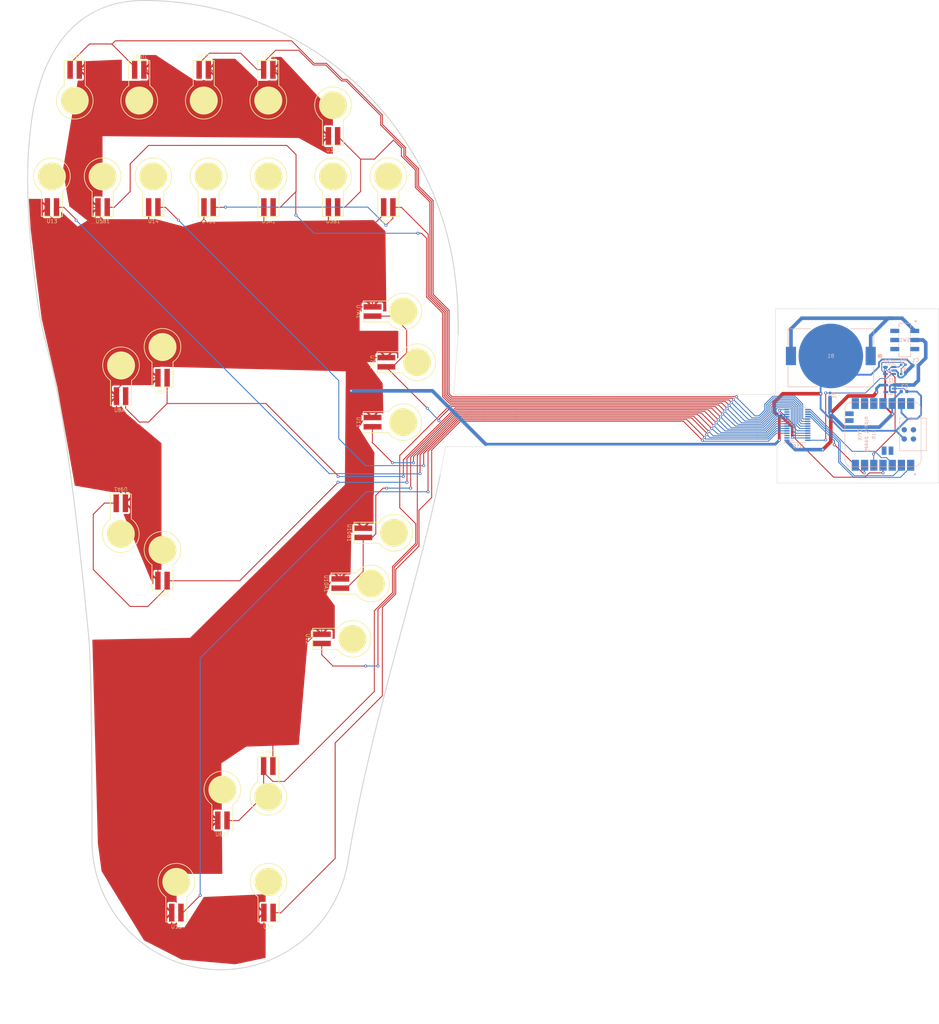
<source format=kicad_pcb>
(kicad_pcb (version 20221018) (generator pcbnew)
  (layers (0 "F.Cu" signal) (31 "B.Cu" signal) (34 "B.Paste" user) (35 "F.Paste" user) (36 "B.SilkS" user "B.Silkscreen") (37 "F.SilkS" user "F.Silkscreen") (38 "B.Mask" user) (39 "F.Mask" user) (44 "Edge.Cuts" user))
  (net 0 "")
  (net 1 "+BATT")
  (net 2 "Earth")
  (net 3 "Net-(U17-EN)")
  (net 4 "+3.3V")
  (net 5 "/SENSE_OUT")
  (net 6 "Net-(U20--)")
  (net 7 "/SCALED_SENSE_OUT")
  (net 8 "/S1")
  (net 9 "/S2")
  (net 10 "/S3")
  (net 11 "/S4")
  (net 12 "/S5")
  (net 13 "/S6")
  (net 14 "/S7")
  (net 15 "/S8")
  (net 16 "/S9")
  (net 17 "/S10")
  (net 18 "/S11")
  (net 19 "/S12")
  (net 20 "/S13")
  (net 21 "/S14")
  (net 22 "/S15")
  (net 23 "/S16")
  (net 24 "/A0")
  (net 25 "/A1")
  (net 26 "/A2")
  (net 27 "/A3")
  (net 28 "/EN")
  (net 44 "unconnected-(U18-5V-Pad14)")
  (footprint "footprints:DF9-16" (layer "F.Cu") (at 297.18 121.151475)
    (fp_text reference "U3B1")
    (fp_text value "~")
  )
  (footprint "footprints:DF9-16" (layer "F.Cu") (at 305.568525 147.32 -90)
    (fp_text reference "U7A1")
    (fp_text value "~")
  )
  (footprint "footprints:DF9-16" (layer "F.Cu") (at 279.4 270.008525 180)
    (fp_text reference "U6A1")
    (fp_text value "~")
  )
  (footprint "footprints:DF9-16" (layer "F.Cu") (at 291.598525 237.49 -90)
    (fp_text reference "U12")
    (fp_text value "~")
  )
  (footprint "footprints:DF9-16" (layer "F.Cu") (at 238.76 197.618525 180)
    (fp_text reference "U9A1")
    (fp_text value "~")
  )
  (footprint "footprints:DF9-16" (layer "F.Cu") (at 254 315.461475)
    (fp_text reference "U15")
    (fp_text value "~")
  )
  (footprint "footprints:DF9-16" (layer "F.Cu") (at 312.42 121.151475)
    (fp_text reference "U4A1")
    (fp_text value "~")
  )
  (footprint "footprints:DF9-16" (layer "F.Cu") (at 233.68 121.151475)
    (fp_text reference "U5B1")
    (fp_text value "~")
  )
  (footprint "footprints:DF9-16" (layer "F.Cu") (at 250.19 168.141475)
    (fp_text reference "U8B1")
    (fp_text value "~")
  )
  (footprint "footprints:DF9-16" (layer "F.Cu") (at 309.378525 161.29 -90)
    (fp_text reference "U7B1")
    (fp_text value "~")
  )
  (footprint "footprints:DF9-16" (layer "F.Cu") (at 238.76 173.221475)
    (fp_text reference "U8A1")
    (fp_text value "~")
  )
  (footprint "footprints:DF9-16" (layer "F.Cu") (at 247.65 121.151475)
    (fp_text reference "U14")
    (fp_text value "~")
  )
  (footprint "footprints:DF9-16" (layer "F.Cu") (at 243.84 78.238525 180)
    (fp_text reference "U1B1")
    (fp_text value "~")
  )
  (footprint "footprints:DF9-16" (layer "F.Cu") (at 279.4 78.238525 180)
    (fp_text reference "U2B1")
    (fp_text value "~")
  )
  (footprint "footprints:DF9-16" (layer "F.Cu") (at 219.71 121.151475)
    (fp_text reference "U13")
    (fp_text value "~")
  )
  (footprint "footprints:DF9-16" (layer "F.Cu") (at 279.4 121.151475)
    (fp_text reference "U5A1")
    (fp_text value "~")
  )
  (footprint "footprints:DF9-16" (layer "F.Cu") (at 262.89 121.151475)
    (fp_text reference "U4B1")
    (fp_text value "~")
  )
  (footprint "footprints:DF9-16" (layer "F.Cu") (at 279.4 315.461475)
    (fp_text reference "U16")
    (fp_text value "~")
  )
  (footprint "footprints:DF9-16" (layer "F.Cu") (at 305.568525 177.8 -90)
    (fp_text reference "U11")
    (fp_text value "~")
  )
  (footprint "footprints:DF9-16" (layer "F.Cu") (at 297.18 101.56)
    (fp_text reference "U3A1")
    (fp_text value "~")
  )
  (footprint "footprints:DF9-16" (layer "F.Cu") (at 303.028525 208.28 -90)
    (fp_text reference "U10B1")
    (fp_text value "~")
  )
  (footprint "footprints:DF9-16" (layer "F.Cu") (at 266.7 290.061475)
    (fp_text reference "U6B1")
    (fp_text value "~")
  )
  (footprint "footprints:DF9-16" (layer "F.Cu") (at 250.19 224.021475)
    (fp_text reference "U9B1")
    (fp_text value "~")
  )
  (footprint "footprints:DF9-16" (layer "F.Cu") (at 261.62 78.238525 180)
    (fp_text reference "U2A1")
    (fp_text value "~")
  )
  (footprint "footprints:DF9-16" (layer "F.Cu") (at 296.678525 222.25 -90)
    (fp_text reference "U10A1")
    (fp_text value "~")
  )
  (footprint "footprints:DF9-16" (layer "F.Cu") (at 226.06 78.238525 180)
    (fp_text reference "U1A1")
    (fp_text value "~")
  )
  (footprint "footprints:XIAO-nRF52840-Sense-14P-2.54-21X17.8MM" (layer "B.Cu") (at 448.8 181.2 90)
    (fp_text reference "U18")
    (fp_text value "Seeed Studio XIAO nRF52840" hide)
  )
  (footprint "footprints:SOT-23-5" (layer "B.Cu") (at 450.7175 168.59 180)
    (fp_text reference "U17")
    (fp_text value "MIC5504-3.3YM5-TR")
  )
  (footprint "footprints:C_0603_1608Metric" (layer "B.Cu") (at 457.775 162.2 180)
    (fp_text reference "C1")
    (fp_text value "1uF")
  )
  (footprint "footprints:C_0603_1608Metric" (layer "B.Cu") (at 454.6 169.4)
    (fp_text reference "C2")
    (fp_text value "1uF")
  )
  (footprint "footprints:R_0402_1005Metric_Pad0.72x0.64mm_HandSolder" (layer "B.Cu") (at 454.4 162 180)
    (fp_text reference "R3")
    (fp_text value "20k")
  )
  (footprint "footprints:SW_JS202011SCQN" (layer "B.Cu") (at 454.8 155.2 180)
    (fp_text reference "SW1")
    (fp_text value "SW_DIP_x01")
  )
  (footprint "footprints:BK-912-TR_MPD" (layer "B.Cu") (at 434.415 160.109001 180)
    (fp_text reference "B1")
    (fp_text value "~")
  )
  (footprint "footprints:SOT-23-5" (layer "B.Cu") (at 450.6 163.6 180)
    (fp_text reference "U20")
    (fp_text value "MCP6001-OT")
  )
  (footprint "footprints:ADG706" (layer "B.Cu") (at 425.2 178.6)
    (fp_text reference "U19")
    (fp_text value "ADG706BRUZ-REEL7")
  )
  (footprint "footprints:R_0402_1005Metric_Pad0.72x0.64mm_HandSolder" (layer "B.Cu") (at 434.2 170.3975 90)
    (fp_text reference "R1")
    (fp_text value "69k")
  )
  (footprint "footprints:R_0402_1005Metric_Pad0.72x0.64mm_HandSolder" (layer "B.Cu") (at 454.4025 164.6 180)
    (fp_text reference "R2")
    (fp_text value "10k")
  )
  (gr_curve (pts (xy 226.123935 201.878358) (xy 226.509999 205.040765) (xy 226.907204 208.436801) (xy 227.315686 212.088944)) (stroke (width 0.25)) (layer "Edge.Cuts"))
  (gr_line (start 328.2 184.6) (end 419.6 184.6) (stroke (width 0.1)) (layer "Edge.Cuts"))
  (gr_curve (pts (xy 222.021651 173.729672) (xy 222.319745 175.377728) (xy 222.6286 177.170009) (xy 222.948404 179.12943)) (stroke (width 0.25)) (layer "Edge.Cuts"))
  (gr_line (start 330.45 170.18) (end 419.2 170.2) (stroke (width 0.1)) (layer "Edge.Cuts"))
  (gr_line (start 438.8 146.6) (end 464.2 146.6) (stroke (width 0.1)) (layer "Edge.Cuts"))
  (gr_line (start 419.2 170.2) (end 419.2 147.6) (stroke (width 0.1)) (layer "Edge.Cuts"))
  (gr_curve (pts (xy 230.661315 263.269235) (xy 230.790533 275.580567) (xy 230.790598 293.161823) (xy 230.790598 293.161823)) (stroke (width 0.25)) (layer "Edge.Cuts"))
  (gr_curve (pts (xy 228.574933 223.834299) (xy 228.79056 225.928071) (xy 229.009183 228.092956) (xy 229.230078 230.323945)) (stroke (width 0.25)) (layer "Edge.Cuts"))
  (gr_line (start 464.2 194.6) (end 419.6 194.6) (stroke (width 0.1)) (layer "Edge.Cuts"))
  (gr_curve (pts (xy 213.261343 119.625424) (xy 213.858177 131.635329) (xy 216.028913 146.142839) (xy 216.028913 146.142839)) (stroke (width 0.25)) (layer "Edge.Cuts"))
  (gr_curve (pts (xy 214.614558 91.797924) (xy 213.513317 97.735221) (xy 213.188386 104.677021) (xy 213.188386 104.677021)) (stroke (width 0.25)) (layer "Edge.Cuts"))
  (gr_curve (pts (xy 218.27297 156.751641) (xy 218.696892 158.418395) (xy 219.140453 160.143006) (xy 219.617742 162.145813)) (stroke (width 0.25)) (layer "Edge.Cuts"))
  (gr_curve (pts (xy 221.38654 73.936682) (xy 219.24079 77.118955) (xy 217.730079 80.865385) (xy 217.730079 80.865385)) (stroke (width 0.25)) (layer "Edge.Cuts"))
  (gr_curve (pts (xy 230.189101 241.809217) (xy 230.325774 244.83292) (xy 230.432658 249.216674) (xy 230.432658 249.216674)) (stroke (width 0.25)) (layer "Edge.Cuts"))
  (gr_curve (pts (xy 216.028913 146.142839) (xy 216.103594 146.64314) (xy 216.184154 147.151322) (xy 216.266362 147.64168)) (stroke (width 0.25)) (layer "Edge.Cuts"))
  (gr_curve (pts (xy 217.730079 80.865385) (xy 215.715798 85.860626) (xy 214.614558 91.797924) (xy 214.614558 91.797924)) (stroke (width 0.25)) (layer "Edge.Cuts"))
  (gr_line (start 419.2 146.6) (end 438.8 146.6) (stroke (width 0.1)) (layer "Edge.Cuts"))
  (gr_curve (pts (xy 219.617742 162.145813) (xy 220.095031 164.14862) (xy 220.606048 166.429625) (xy 221.159498 169.195066)) (stroke (width 0.25)) (layer "Edge.Cuts"))
  (gr_curve (pts (xy 221.159498 169.195066) (xy 221.436223 170.577787) (xy 221.723557 172.081616) (xy 222.021651 173.729672)) (stroke (width 0.25)) (layer "Edge.Cuts"))
  (gr_line (start 419.2 147.6) (end 419.2 146.6) (stroke (width 0.1)) (layer "Edge.Cuts"))
  (gr_curve (pts (xy 244.946724 61.676468) (xy 241.045738 61.660972) (xy 237.375333 62.564696) (xy 237.375333 62.564696)) (stroke (width 0.25)) (layer "Edge.Cuts"))
  (gr_curve (pts (xy 230.432658 249.216674) (xy 230.575169 255.06168) (xy 230.661315 263.269235) (xy 230.661315 263.269235)) (stroke (width 0.25)) (layer "Edge.Cuts"))
  (gr_line (start 326.773256 192.326084) (end 328.2 184.6) (stroke (width 0.1)) (layer "Edge.Cuts"))
  (gr_curve (pts (xy 232.648607 64.208245) (xy 230.368817 65.249312) (xy 228.332132 66.709715) (xy 228.332132 66.709715)) (stroke (width 0.25)) (layer "Edge.Cuts"))
  (gr_curve (pts (xy 213.188386 104.677021) (xy 212.863454 111.618821) (xy 213.261343 119.625424) (xy 213.261343 119.625424)) (stroke (width 0.25)) (layer "Edge.Cuts"))
  (gr_arc (start 244.946724 61.676468) (mid 301.460826 82.6686) (end 330.566533 135.46416) (stroke (width 0.25)) (layer "Edge.Cuts"))
  (gr_arc (start 301.323311 298.902816) (mid 263.410609 328.544808) (end 230.790598 293.161823) (stroke (width 0.25)) (layer "Edge.Cuts"))
  (gr_curve (pts (xy 310.906558 254.772302) (xy 314.602254 240.35411) (xy 318.559142 226.254164) (xy 322.029556 212.559948)) (stroke (width 0.25)) (layer "Edge.Cuts"))
  (gr_curve (pts (xy 216.518785 149.067943) (xy 216.691503 149.994684) (xy 216.874233 150.884766) (xy 217.063922 151.747405)) (stroke (width 0.25)) (layer "Edge.Cuts"))
  (gr_line (start 419.6 194.6) (end 419.6 184.6) (stroke (width 0.1)) (layer "Edge.Cuts"))
  (gr_curve (pts (xy 228.332132 66.709715) (xy 226.295447 68.170118) (xy 224.556244 69.992642) (xy 224.556244 69.992642)) (stroke (width 0.25)) (layer "Edge.Cuts"))
  (gr_curve (pts (xy 229.230078 230.323945) (xy 229.340526 231.439439) (xy 229.451542 232.571459) (xy 229.564072 233.730266)) (stroke (width 0.25)) (layer "Edge.Cuts"))
  (gr_curve (pts (xy 217.652108 154.272295) (xy 217.853957 155.09935) (xy 218.061009 155.918263) (xy 218.27297 156.751641)) (stroke (width 0.25)) (layer "Edge.Cuts"))
  (gr_curve (pts (xy 305.64801 276.634966) (xy 307.27616 269.270056) (xy 309.05871 261.981398) (xy 310.906558 254.772302)) (stroke (width 0.25)) (layer "Edge.Cuts"))
  (gr_curve (pts (xy 237.375333 62.564696) (xy 234.928397 63.167178) (xy 232.648607 64.208245) (xy 232.648607 64.208245)) (stroke (width 0.25)) (layer "Edge.Cuts"))
  (gr_curve (pts (xy 227.936832 217.761491) (xy 228.146677 219.717869) (xy 228.359307 221.740527) (xy 228.574933 223.834299)) (stroke (width 0.25)) (layer "Edge.Cuts"))
  (gr_curve (pts (xy 331.500901 144.521232) (xy 331.319291 141.475702) (xy 331.014621 138.465948) (xy 330.566533 135.46416)) (stroke (width 0.25)) (layer "Edge.Cuts"))
  (gr_line (start 464.2 146.6) (end 464.2 194.6) (stroke (width 0.1)) (layer "Edge.Cuts"))
  (gr_curve (pts (xy 216.266362 147.64168) (xy 216.34857 148.132038) (xy 216.432426 148.604573) (xy 216.518785 149.067943)) (stroke (width 0.25)) (layer "Edge.Cuts"))
  (gr_curve (pts (xy 224.999103 193.070048) (xy 225.362949 195.787174) (xy 225.737872 198.715952) (xy 226.123935 201.878358)) (stroke (width 0.25)) (layer "Edge.Cuts"))
  (gr_curve (pts (xy 222.948404 179.12943) (xy 223.268209 181.088852) (xy 223.598963 183.215414) (xy 223.940726 185.531431)) (stroke (width 0.25)) (layer "Edge.Cuts"))
  (gr_curve (pts (xy 331.69092 153.755694) (xy 331.741058 150.648067) (xy 331.68251 147.566762) (xy 331.500901 144.521232)) (stroke (width 0.25)) (layer "Edge.Cuts"))
  (gr_curve (pts (xy 227.315686 212.088944) (xy 227.519927 213.915015) (xy 227.726987 215.805113) (xy 227.936832 217.761491)) (stroke (width 0.25)) (layer "Edge.Cuts"))
  (gr_curve (pts (xy 217.063922 151.747405) (xy 217.253611 152.610045) (xy 217.450258 153.44524) (xy 217.652108 154.272295)) (stroke (width 0.25)) (layer "Edge.Cuts"))
  (gr_curve (pts (xy 301.323311 298.902816) (xy 302.546111 291.44104) (xy 304.019861 283.999877) (xy 305.64801 276.634966)) (stroke (width 0.25)) (layer "Edge.Cuts"))
  (gr_line (start 330.45 170.18) (end 331.69092 153.755694) (stroke (width 0.1)) (layer "Edge.Cuts"))
  (gr_curve (pts (xy 224.556244 69.992642) (xy 222.81704 71.815167) (xy 221.38654 73.936682) (xy 221.38654 73.936682)) (stroke (width 0.25)) (layer "Edge.Cuts"))
  (gr_curve (pts (xy 223.940726 185.531431) (xy 224.282488 187.847449) (xy 224.635257 190.352923) (xy 224.999103 193.070048)) (stroke (width 0.25)) (layer "Edge.Cuts"))
  (gr_curve (pts (xy 322.029556 212.559948) (xy 323.764763 205.71284) (xy 325.378352 198.967165) (xy 326.773256 192.326084)) (stroke (width 0.25)) (layer "Edge.Cuts"))
  (gr_curve (pts (xy 229.902363 237.247018) (xy 230.052429 238.785514) (xy 230.189101 241.809217) (xy 230.189101 241.809217)) (stroke (width 0.25)) (layer "Edge.Cuts"))
  (gr_curve (pts (xy 229.564072 233.730266) (xy 229.676603 234.889073) (xy 229.790648 236.074667) (xy 229.902363 237.247018)) (stroke (width 0.25)) (layer "Edge.Cuts"))
  (segment (start 423.43 152.34) (end 423.43 159.6) (width 1) (layer "B.Cu") (net 1))
  (segment (start 423.355 159.510999) (end 423.355 157.464021) (width 0.25) (layer "B.Cu") (net 1))
  (segment (start 426.39 149.2) (end 423.34 152.25) (width 1) (layer "B.Cu") (net 1))
  (segment (start 423.34 152.25) (end 423.43 152.34) (width 1) (layer "B.Cu") (net 1))
  (segment (start 450.23 149.2) (end 445.4 154.03) (width 1) (layer "B.Cu") (net 1))
  (segment (start 450.23 149.2) (end 454.0559 149.2) (width 1) (layer "B.Cu") (net 1))
  (segment (start 445.4 154.03) (end 445.4 159.6) (width 1) (layer "B.Cu") (net 1))
  (segment (start 454.0559 149.2) (end 457.5559 152.7) (width 1) (layer "B.Cu") (net 1))
  (segment (start 451.4 149.2) (end 451.2 149.2) (width 0.25) (layer "B.Cu") (net 1))
  (segment (start 450.23 149.2) (end 426.39 149.2) (width 1) (layer "B.Cu") (net 1))
  (segment (start 445.325 155.075) (end 445.325 159.510999) (width 0.25) (layer "B.Cu") (net 1))
  (segment (start 451.4 149.2) (end 450.23 149.2) (width 1) (layer "B.Cu") (net 1))
  (segment (start 308.068525 146.08) (end 303.5 146.08) (width 0.25) (layer "F.Cu") (net 2))
  (segment (start 276.86 127) (end 279.4 124.46) (width 0.25) (layer "F.Cu") (net 2))
  (segment (start 232.44 118.651475) (end 232.44 120.68) (width 0.25) (layer "F.Cu") (net 2))
  (segment (start 281.97 126.97) (end 278.16 123.16) (width 0.25) (layer "F.Cu") (net 2))
  (segment (start 248.92 127) (end 256.54 127) (width 0.25) (layer "F.Cu") (net 2))
  (segment (start 269.24 96.52) (end 271.78 96.52) (width 0.25) (layer "F.Cu") (net 2))
  (segment (start 246.41 118.651475) (end 246.41 121.95) (width 0.25) (layer "F.Cu") (net 2))
  (segment (start 420.2 175.6) (end 420.2 182.8) (width 0.75) (layer "F.Cu") (net 2))
  (segment (start 248.92 124.46) (end 246.38 127) (width 0.25) (layer "F.Cu") (net 2))
  (segment (start 251.46 127) (end 254 127) (width 0.25) (layer "F.Cu") (net 2))
  (segment (start 232.44 120.62) (end 232.44 118.651475) (width 0.25) (layer "F.Cu") (net 2))
  (segment (start 240.85 165.641475) (end 237.52 168.971475) (width 0.25) (layer "F.Cu") (net 2))
  (segment (start 246.41 124.49) (end 246.38 124.52) (width 0.25) (layer "F.Cu") (net 2))
  (segment (start 306.1 176.56) (end 308.068525 176.56) (width 0.25) (layer "F.Cu") (net 2))
  (segment (start 423.787347 182.012653) (end 423.787347 179.187347) (width 0.75) (layer "F.Cu") (net 2))
  (segment (start 248.95 221.521475) (end 248.95 209.068525) (width 0.25) (layer "F.Cu") (net 2))
  (segment (start 248.92 127) (end 246.44 124.52) (width 0.25) (layer "F.Cu") (net 2))
  (segment (start 246.41 124.46) (end 246.41 124.49) (width 0.25) (layer "F.Cu") (net 2))
  (segment (start 278.16 118.651475) (end 278.16 123.16) (width 0.25) (layer "F.Cu") (net 2))
  (segment (start 259.621475 287.561475) (end 256.54 284.48) (width 0.25) (layer "F.Cu") (net 2))
  (segment (start 261.65 118.651475) (end 261.65 120.401475) (width 0.25) (layer "F.Cu") (net 2))
  (segment (start 266.7 127) (end 261.62 121.92) (width 0.25) (layer "F.Cu") (net 2))
  (segment (start 245.11 123.19) (end 243.84 124.46) (width 0.25) (layer "F.Cu") (net 2))
  (segment (start 269.24 93.98) (end 269.24 86.36) (width 0.25) (layer "F.Cu") (net 2))
  (segment (start 308.068525 176.56) (end 306.318525 176.56) (width 0.25) (layer "F.Cu") (net 2))
  (segment (start 230.598525 80.738525) (end 233.68 83.82) (width 0.25) (layer "F.Cu") (net 2))
  (segment (start 421.2 170) (end 418.8 172.4) (width 1) (layer "F.Cu") (net 2))
  (segment (start 237.52 174.02) (end 238.76 175.26) (width 0.25) (layer "F.Cu") (net 2))
  (segment (start 251.46 93.98) (end 254 96.52) (width 0.25) (layer "F.Cu") (net 2))
  (segment (start 302.26 154.94) (end 302.26 169.14) (width 0.25) (layer "F.Cu") (net 2))
  (segment (start 234.221475 170.721475) (end 226.06 162.56) (width 0.25) (layer "F.Cu") (net 2))
  (segment (start 271.78 96.52) (end 281.94 96.52) (width 0.25) (layer "F.Cu") (net 2))
  (segment (start 246.41 124.49) (end 246.38 124.46) (width 0.25) (layer "F.Cu") (net 2))
  (segment (start 281.398525 80.738525) (end 280.64 80.738525) (width 0.25) (layer "F.Cu") (net 2))
  (segment (start 295.94 118.651475) (end 295.94 125.7) (width 0.25) (layer "F.Cu") (net 2))
  (segment (start 251.46 93.98) (end 251.46 96.52) (width 0.25) (layer "F.Cu") (net 2))
  (segment (start 246.38 124.46) (end 245.11 123.19) (width 0.25) (layer "F.Cu") (net 2))
  (segment (start 227.3 80.738525) (end 230.598525 80.738525) (width 0.25) (layer "F.Cu") (net 2))
  (segment (start 311.18 120.62) (end 311.18 118.651475) (width 0.25) (layer "F.Cu") (net 2))
  (segment (start 297.428525 221.01) (end 299.178525 221.01) (width 0.25) (layer "F.Cu") (net 2))
  (segment (start 248.92 124.46) (end 251.46 127) (width 0.25) (layer "F.Cu") (net 2))
  (segment (start 252.76 318.74) (end 251.46 320.04) (width 0.25) (layer "F.Cu") (net 2))
  (segment (start 233.68 83.82) (end 233.68 93.98) (width 0.25) (layer "F.Cu") (net 2))
  (segment (start 294.098525 236.25) (end 294.098525 224.34) (width 0.25) (layer "F.Cu") (net 2))
  (segment (start 418.8 175) (end 419.4 175.6) (width 1) (layer "F.Cu") (net 2))
  (segment (start 282 127) (end 281.97 126.97) (width 0.25) (layer "F.Cu") (net 2))
  (segment (start 302.26 154.94) (end 302.26 147.32) (width 0.25) (layer "F.Cu") (net 2))
  (segment (start 243.84 124.46) (end 241.3 127) (width 0.25) (layer "F.Cu") (net 2))
  (segment (start 226.06 116.84) (end 226.06 101.6) (width 0.25) (layer "F.Cu") (net 2))
  (segment (start 423.787347 179.187347) (end 420.2 175.6) (width 0.75) (layer "F.Cu") (net 2))
  (segment (start 269.24 261.62) (end 275.56 261.62) (width 0.25) (layer "F.Cu") (net 2))
  (segment (start 279.37 126.97) (end 281.97 126.97) (width 0.25) (layer "F.Cu") (net 2))
  (segment (start 276.86 124.46) (end 274.32 127) (width 0.25) (layer "F.Cu") (net 2))
  (segment (start 246.38 127) (end 248.92 127) (width 0.25) (layer "F.Cu") (net 2))
  (segment (start 299.72 127) (end 302.26 127) (width 0.25) (layer "F.Cu") (net 2))
  (segment (start 295.94 125.76) (end 297.18 127) (width 0.25) (layer "F.Cu") (net 2))
  (segment (start 311.878525 160.05) (end 307.37 160.05) (width 0.25) (layer "F.Cu") (net 2))
  (segment (start 254 96.52) (end 266.7 96.52) (width 0.25) (layer "F.Cu") (net 2))
  (segment (start 248.95 209.068525) (end 240 200.118525) (width 0.25) (layer "F.Cu") (net 2))
  (segment (start 271.78 325.12) (end 259.08 325.12) (width 0.25) (layer "F.Cu") (net 2))
  (segment (start 294.098525 224.34) (end 297.428525 221.01) (width 0.25) (layer "F.Cu") (net 2))
  (segment (start 233.68 93.98) (end 236.22 96.52) (width 0.25) (layer "F.Cu") (net 2))
  (segment (start 246.41 118.651475) (end 246.41 121.89) (width 0.25) (layer "F.Cu") (net 2))
  (segment (start 246.44 124.52) (end 246.38 124.52) (width 0.25) (layer "F.Cu") (net 2))
  (segment (start 297.18 127) (end 304.8 127) (width 0.25) (layer "F.Cu") (net 2))
  (segment (start 243.84 124.46) (end 246.38 124.46) (width 0.25) (layer "F.Cu") (net 2))
  (segment (start 246.44 124.52) (end 246.5 124.46) (width 0.25) (layer "F.Cu") (net 2))
  (segment (start 306.318525 176.56) (end 302.26 180.618525) (width 0.25) (layer "F.Cu") (net 2))
  (segment (start 419.4 175.6) (end 420.2 175.6) (width 0.75) (layer "F.Cu") (net 2))
  (segment (start 246.38 124.52) (end 246.38 127) (width 0.25) (layer "F.Cu") (net 2))
  (segment (start 256.54 274.32) (end 269.24 261.62) (width 0.25) (layer "F.Cu") (net 2))
  (segment (start 256.54 284.48) (end 256.54 274.32) (width 0.25) (layer "F.Cu") (net 2))
  (segment (start 276.86 124.46) (end 279.37 126.97) (width 0.25) (layer "F.Cu") (net 2))
  (segment (start 226.06 162.56) (end 226.06 127) (width 0.25) (layer "F.Cu") (net 2))
  (segment (start 261.62 120.431475) (end 261.62 121.92) (width 0.25) (layer "F.Cu") (net 2))
  (segment (start 259.08 325.12) (end 252.76 318.8) (width 0.25) (layer "F.Cu") (net 2))
  (segment (start 269.24 93.98) (end 271.78 96.52) (width 0.25) (layer "F.Cu") (net 2))
  (segment (start 280.64 256.54) (end 280.64 272.508525) (width 0.25) (layer "F.Cu") (net 2))
  (segment (start 248.95 165.641475) (end 240.85 165.641475) (width 0.25) (layer "F.Cu") (net 2))
  (segment (start 281.94 96.52) (end 287.02 91.44) (width 0.25) (layer "F.Cu") (net 2))
  (segment (start 266.7 96.52) (end 269.24 96.52) (width 0.25) (layer "F.Cu") (net 2))
  (segment (start 278.16 318.74) (end 271.78 325.12) (width 0.25) (layer "F.Cu") (net 2))
  (segment (start 295.94 123.16) (end 299.72 126.94) (width 0.25) (layer "F.Cu") (net 2))
  (segment (start 252.76 318.8) (end 252.76 312.961475) (width 0.25) (layer "F.Cu") (net 2))
  (segment (start 302.26 172.72) (end 306.1 176.56) (width 0.25) (layer "F.Cu") (net 2))
  (segment (start 236.22 96.52) (end 248.92 96.52) (width 0.25) (layer "F.Cu") (net 2))
  (segment (start 303.5 146.08) (end 302.26 147.32) (width 0.25) (layer "F.Cu") (net 2))
  (segment (start 248.92 165.671475) (end 248.95 165.641475) (width 0.25) (layer "F.Cu") (net 2))
  (segment (start 240 176.5) (end 238.76 175.26) (width 0.25) (layer "F.Cu") (net 2))
  (segment (start 237.52 168.971475) (end 237.52 170.721475) (width 0.25) (layer "F.Cu") (net 2))
  (segment (start 261.65 120.401475) (end 261.62 120.431475) (width 0.25) (layer "F.Cu") (net 2))
  (segment (start 246.41 124.46) (end 246.41 124.43) (width 0.25) (layer "F.Cu") (net 2))
  (segment (start 299.178525 206.281475) (end 299.178525 221.01) (width 0.25) (layer "F.Cu") (net 2))
  (segment (start 295.94 123.16) (end 292.1 127) (width 0.25) (layer "F.Cu") (net 2))
  (segment (start 252.76 312.961475) (end 252.76 318.74) (width 0.25) (layer "F.Cu") (net 2))
  (segment (start 304.8 127) (end 308.068525 130.268525) (width 0.25) (layer "F.Cu") (net 2))
  (segment (start 245.838525 80.738525) (end 245.08 80.738525) (width 0.25) (layer "F.Cu") (net 2))
  (segment (start 302.26 203.2) (end 302.26 203.771475) (width 0.25) (layer "F.Cu") (net 2))
  (segment (start 295.94 118.651475) (end 295.94 123.16) (width 0.25) (layer "F.Cu") (net 2))
  (segment (start 299.72 126.94) (end 299.72 127) (width 0.25) (layer "F.Cu") (net 2))
  (segment (start 226.06 127) (end 232.44 120.62) (width 0.25) (layer "F.Cu") (net 2))
  (segment (start 237.52 170.721475) (end 234.221475 170.721475) (width 0.25) (layer "F.Cu") (net 2))
  (segment (start 274.32 127) (end 266.7 127) (width 0.25) (layer "F.Cu") (net 2))
  (segment (start 274.32 127) (end 276.86 127) (width 0.25) (layer "F.Cu") (net 2))
  (segment (start 218.47 118.651475) (end 218.47 120.401475) (width 0.25) (layer "F.Cu") (net 2))
  (segment (start 243.84 299.72) (end 255.998525 287.561475) (width 0.25) (layer "F.Cu") (net 2))
  (segment (start 302.26 203.771475) (end 305.528525 207.04) (width 0.25) (layer "F.Cu") (net 2))
  (segment (start 255.998525 287.561475) (end 265.46 287.561475) (width 0.25) (layer "F.Cu") (net 2))
  (segment (start 304.8 127) (end 311.18 120.62) (width 0.25) (layer "F.Cu") (net 2))
  (segment (start 280.64 247.958525) (end 280.64 256.54) (width 0.25) (layer "F.Cu") (net 2))
  (segment (start 218.47 120.401475) (end 225.068525 127) (width 0.25) (layer "F.Cu") (net 2))
  (segment (start 308.068525 130.268525) (end 308.068525 146.08) (width 0.25) (layer "F.Cu") (net 2))
  (segment (start 246.41 121.95) (end 247.65 123.19) (width 0.25) (layer "F.Cu") (net 2))
  (segment (start 243.84 127) (end 241.3 127) (width 0.25) (layer "F.Cu") (net 2))
  (segment (start 287.02 91.44) (end 294.64 99.06) (width 0.25) (layer "F.Cu") (net 2))
  (segment (start 248.92 167.64) (end 248.92 165.671475) (width 0.25) (layer "F.Cu") (net 2))
  (segment (start 246.41 121.89) (end 245.11 123.19) (width 0.25) (layer "F.Cu") (net 2))
  (segment (start 248.92 96.52) (end 251.46 93.98) (width 0.25) (layer "F.Cu") (net 2))
  (segment (start 307.37 160.05) (end 302.26 154.94) (width 0.25) (layer "F.Cu") (net 2))
  (segment (start 251.46 320.04) (end 246.38 320.04) (width 0.25) (layer "F.Cu") (net 2))
  (segment (start 246.41 124.43) (end 243.84 127) (width 0.25) (layer "F.Cu") (net 2))
  (segment (start 246.38 320.04) (end 243.84 317.5) (width 0.25) (layer "F.Cu") (net 2))
  (segment (start 251.46 86.36) (end 245.838525 80.738525) (width 0.25) (layer "F.Cu") (net 2))
  (segment (start 263.618525 80.738525) (end 262.86 80.738525) (width 0.25) (layer "F.Cu") (net 2))
  (segment (start 266.7 96.52) (end 269.24 93.98) (width 0.25) (layer "F.Cu") (net 2))
  (segment (start 292.1 127) (end 294.64 127) (width 0.25) (layer "F.Cu") (net 2))
  (segment (start 246.41 121.95) (end 246.41 124.43) (width 0.25) (layer "F.Cu") (net 2))
  (segment (start 302.26 180.618525) (end 302.26 203.2) (width 0.25) (layer "F.Cu") (net 2))
  (segment (start 251.46 96.52) (end 254 96.52) (width 0.25) (layer "F.Cu") (net 2))
  (segment (start 232.44 118.651475) (end 227.871475 118.651475) (width 0.25) (layer "F.Cu") (net 2))
  (segment (start 246.5 124.46) (end 248.92 124.46) (width 0.25) (layer "F.Cu") (net 2))
  (segment (start 227.871475 118.651475) (end 226.06 116.84) (width 0.25) (layer "F.Cu") (net 2))
  (segment (start 246.41 124.43) (end 247.65 123.19) (width 0.25) (layer "F.Cu") (net 2))
  (segment (start 241.3 127) (end 238.76 127) (width 0.25) (layer "F.Cu") (net 2))
  (segment (start 237.52 170.721475) (end 237.52 174.02) (width 0.25) (layer "F.Cu") (net 2))
  (segment (start 226.06 101.6) (end 233.68 93.98) (width 0.25) (layer "F.Cu") (net 2))
  (segment (start 418.8 172.4) (end 418.8 175) (width 1) (layer "F.Cu") (net 2))
  (segment (start 247.65 123.19) (end 248.92 124.46) (width 0.25) (layer "F.Cu") (net 2))
  (segment (start 269.24 86.36) (end 263.618525 80.738525) (width 0.25) (layer "F.Cu") (net 2))
  (segment (start 420.2 182.8) (end 420.2 182.6) (width 0.25) (layer "F.Cu") (net 2))
  (segment (start 287.02 86.36) (end 281.398525 80.738525) (width 0.25) (layer "F.Cu") (net 2))
  (segment (start 225.068525 127) (end 226.06 127) (width 0.25) (layer "F.Cu") (net 2))
  (segment (start 240 176.56) (end 240 176.5) (width 0.25) (layer "F.Cu") (net 2))
  (segment (start 278.16 123.16) (end 276.86 124.46) (width 0.25) (layer "F.Cu") (net 2))
  (segment (start 295.94 125.7) (end 294.64 127) (width 0.25) (layer "F.Cu") (net 2))
  (segment (start 240 176.56) (end 240 200.118525) (width 0.25) (layer "F.Cu") (net 2))
  (segment (start 302.26 169.14) (end 302.2 169.2) (width 0.25) (layer "F.Cu") (net 2))
  (segment (start 246.38 127) (end 243.84 124.46) (width 0.25) (layer "F.Cu") (net 2))
  (segment (start 256.54 127) (end 261.62 121.92) (width 0.25) (layer "F.Cu") (net 2))
  (segment (start 302.26 203.2) (end 299.178525 206.281475) (width 0.25) (layer "F.Cu") (net 2))
  (segment (start 294.64 99.06) (end 295.94 99.06) (width 0.25) (layer "F.Cu") (net 2))
  (segment (start 287.02 91.44) (end 287.02 86.36) (width 0.25) (layer "F.Cu") (net 2))
  (segment (start 295.94 118.651475) (end 295.94 125.76) (width 0.25) (layer "F.Cu") (net 2))
  (segment (start 302.2 169.2) (end 302.26 169.26) (width 0.25) (layer "F.Cu") (net 2))
  (segment (start 431.6 170) (end 421.2 170) (width 1) (layer "F.Cu") (net 2))
  (segment (start 248.92 96.52) (end 251.46 96.52) (width 0.25) (layer "F.Cu") (net 2))
  (segment (start 248.95 167.61) (end 248.95 165.641475) (width 0.25) (layer "F.Cu") (net 2))
  (segment (start 275.56 261.62) (end 280.64 256.54) (width 0.25) (layer "F.Cu") (net 2))
  (segment (start 246.41 118.651475) (end 246.41 124.46) (width 0.25) (layer "F.Cu") (net 2))
  (segment (start 246.38 127) (end 243.84 127) (width 0.25) (layer "F.Cu") (net 2))
  (segment (start 251.46 93.98) (end 251.46 86.36) (width 0.25) (layer "F.Cu") (net 2))
  (segment (start 243.84 317.5) (end 243.84 299.72) (width 0.25) (layer "F.Cu") (net 2))
  (segment (start 302.26 169.26) (end 302.26 172.72) (width 0.25) (layer "F.Cu") (net 2))
  (segment (start 232.44 120.68) (end 238.76 127) (width 0.25) (layer "F.Cu") (net 2))
  (segment (start 292.348525 236.25) (end 280.64 247.958525) (width 0.25) (layer "F.Cu") (net 2))
  (segment (start 265.46 287.561475) (end 259.621475 287.561475) (width 0.25) (layer "F.Cu") (net 2))
  (segment (start 269.24 93.98) (end 269.24 96.52) (width 0.25) (layer "F.Cu") (net 2))
  (segment (start 294.64 127) (end 282 127) (width 0.25) (layer "F.Cu") (net 2))
  (segment (start 278.16 312.961475) (end 278.16 318.74) (width 0.25) (layer "F.Cu") (net 2))
  (segment (start 294.098525 236.25) (end 292.348525 236.25) (width 0.25) (layer "F.Cu") (net 2))
  (via (at 423.787347 182.012653) (size 0.8) (drill 0.4) (layers "F.Cu" "B.Cu") (net 2))
  (via (at 431.6 170) (size 0.8) (drill 0.4) (layers "F.Cu" "B.Cu") (net 2))
  (via (at 420.2 182.8) (size 0.8) (drill 0.4) (layers "F.Cu" "B.Cu") (net 2))
  (via (at 302.2 169.2) (size 0.8) (drill 0.4) (layers "F.Cu" "B.Cu") (net 2))
  (via (at 420.2 175.6) (size 0.8) (drill 0.4) (layers "F.Cu" "B.Cu") (net 2))
  (segment (start 452.399999 163.6) (end 451.7375 163.6) (width 0.25) (layer "B.Cu") (net 2))
  (segment (start 452.94 164.19) (end 452.35 163.6) (width 0.5) (layer "B.Cu") (net 2))
  (segment (start 454.425 175.795) (end 453.88 175.25) (width 0.5) (layer "B.Cu") (net 2))
  (segment (start 452.38 180.2) (end 454.65 182.47) (width 0.5) (layer "B.Cu") (net 2))
  (segment (start 453.88 175.25) (end 453.88 172.7) (width 0.5) (layer "B.Cu") (net 2))
  (segment (start 458.49 176.63) (end 458.275 176.845) (width 0.5) (layer "B.Cu") (net 2))
  (segment (start 447.68 162.58) (end 447.68 161.4025) (width 0.5) (layer "B.Cu") (net 2))
  (segment (start 431.6 162.415) (end 434.415 159.6) (width 0.25) (layer "B.Cu") (net 2))
  (segment (start 455.35 160.55) (end 457 162.2) (width 0.5) (layer "B.Cu") (net 2))
  (segment (start 431.6 174.2) (end 431.6 170) (width 0.5) (layer "B.Cu") (net 2))
  (segment (start 302.2 169.2) (end 324.6 169.2) (width 1) (layer "B.Cu") (net 2))
  (segment (start 458.08 169.4) (end 459.3 170.62) (width 0.5) (layer "B.Cu") (net 2))
  (segment (start 445.5 164.76) (end 439.575 164.76) (width 0.5) (layer "B.Cu") (net 2))
  (segment (start 455 164.2) (end 457 162.2) (width 1) (layer "B.Cu") (net 2))
  (segment (start 452.94 165.189999) (end 452.94 164.19) (width 0.5) (layer "B.Cu") (net 2))
  (segment (start 456.58 176.845) (end 455.53 176.845) (width 0.5) (layer "B.Cu") (net 2))
  (segment (start 459.3 170.62) (end 459.3 175.82) (width 0.5) (layer "B.Cu") (net 2))
  (segment (start 453 165.2) (end 453.3 165.5) (width 0.5) (layer "B.Cu") (net 2))
  (segment (start 420.275 175.675) (end 420.2 175.6) (width 0.25) (layer "B.Cu") (net 2))
  (segment (start 423.787347 182.012653) (end 423.949694 182.175) (width 0.25) (layer "B.Cu") (net 2))
  (segment (start 431.6 170) (end 431.6 162.415) (width 0.5) (layer "B.Cu") (net 2))
  (segment (start 324.6 169.2) (end 339.3 183.9) (width 1) (layer "B.Cu") (net 2))
  (segment (start 458.275 176.845) (end 456.58 176.845) (width 0.5) (layer "B.Cu") (net 2))
  (segment (start 419.1 183.9) (end 420.2 182.8) (width 0.75) (layer "B.Cu") (net 2))
  (segment (start 339.3 183.9) (end 419.1 183.9) (width 0.75) (layer "B.Cu") (net 2))
  (segment (start 455.03 164.63) (end 454.13 165.53) (width 0.5) (layer "B.Cu") (net 2))
  (segment (start 422.33 175.675) (end 420.275 175.675) (width 0.25) (layer "B.Cu") (net 2))
  (segment (start 456.58 176.845) (end 455.475 176.845) (width 0.5) (layer "B.Cu") (net 2))
  (segment (start 455.53 177.05) (end 452.38 180.2) (width 0.5) (layer "B.Cu") (net 2))
  (segment (start 455.375 169.4) (end 458.08 169.4) (width 0.5) (layer "B.Cu") (net 2))
  (segment (start 455.53 176.845) (end 455.53 177.05) (width 0.5) (layer "B.Cu") (net 2))
  (segment (start 419.475 183.525) (end 420.2 182.8) (width 0.25) (layer "B.Cu") (net 2))
  (segment (start 445.5 164.76) (end 447.68 162.58) (width 0.5) (layer "B.Cu") (net 2))
  (segment (start 455.475 176.845) (end 454.425 175.795) (width 0.5) (layer "B.Cu") (net 2))
  (segment (start 448.65 160.55) (end 455.35 160.55) (width 0.5) (layer "B.Cu") (net 2))
  (segment (start 448.5325 160.55) (end 447.68 161.4025) (width 0.5) (layer "B.Cu") (net 2))
  (segment (start 455 164.6) (end 455 164.2) (width 0.25) (layer "B.Cu") (net 2))
  (segment (start 452.38 180.2) (end 437.6 180.2) (width 0.5) (layer "B.Cu") (net 2))
  (segment (start 437.6 180.2) (end 431.6 174.2) (width 0.5) (layer "B.Cu") (net 2))
  (segment (start 454.565 168.59) (end 451.855 168.59) (width 0.25) (layer "B.Cu") (net 2))
  (segment (start 459.3 175.82) (end 458.49 176.63) (width 0.5) (layer "B.Cu") (net 2))
  (segment (start 448.65 160.55) (end 448.5325 160.55) (width 0.5) (layer "B.Cu") (net 2))
  (segment (start 455.375 169.4) (end 454.565 168.59) (width 0.25) (layer "B.Cu") (net 2))
  (segment (start 423.949694 182.175) (end 428.07 182.175) (width 0.25) (layer "B.Cu") (net 2))
  (segment (start 453.3 165.5) (end 454.1 165.5) (width 0.5) (layer "B.Cu") (net 2))
  (segment (start 439.575 164.76) (end 434.415 159.6) (width 0.5) (layer "B.Cu") (net 2))
  (segment (start 452.35 163.6) (end 451.7375 163.6) (width 0.5) (layer "B.Cu") (net 2))
  (segment (start 451.855 169.54) (end 451.02 169.54) (width 0.5) (layer "B.Cu") (net 3))
  (segment (start 450.7425 169.2625) (end 451.02 169.54) (width 0.5) (layer "B.Cu") (net 3))
  (segment (start 460.58 160.17) (end 458.55 162.2) (width 1) (layer "B.Cu") (net 3))
  (segment (start 450.68 169.2525) (end 450.9675 169.54) (width 0.5) (layer "B.Cu") (net 3))
  (segment (start 450.68 167.9475) (end 450.68 169.2525) (width 0.5) (layer "B.Cu") (net 3))
  (segment (start 457.28 167.61) (end 457.26 167.59) (width 1) (layer "B.Cu") (net 3))
  (segment (start 460.58 155.95) (end 460.58 160.17) (width 1) (layer "B.Cu") (net 3))
  (segment (start 457.5559 155.2) (end 459.83 155.2) (width 1) (layer "B.Cu") (net 3))
  (segment (start 458.55 166.34) (end 457.28 167.61) (width 1) (layer "B.Cu") (net 3))
  (segment (start 459.83 155.2) (end 460.58 155.95) (width 1) (layer "B.Cu") (net 3))
  (segment (start 450.68 167.9475) (end 450.9875 167.64) (width 0.5) (layer "B.Cu") (net 3))
  (segment (start 451.06 167.64) (end 450.7425 167.9575) (width 0.5) (layer "B.Cu") (net 3))
  (segment (start 451.06 167.64) (end 451.855 167.64) (width 0.5) (layer "B.Cu") (net 3))
  (segment (start 450.9875 167.64) (end 451.855 167.64) (width 0.5) (layer "B.Cu") (net 3))
  (segment (start 450.9675 169.54) (end 451.855 169.54) (width 0.5) (layer "B.Cu") (net 3))
  (segment (start 457.26 167.59) (end 451.855 167.59) (width 1) (layer "B.Cu") (net 3))
  (segment (start 458.55 162.2) (end 458.55 166.34) (width 1) (layer "B.Cu") (net 3))
  (segment (start 449.4 173.6) (end 451.4 175.6) (width 0.5) (layer "F.Cu") (net 4))
  (segment (start 434.4 175.4) (end 434.4 175.4) (width 1) (layer "F.Cu") (net 4))
  (segment (start 447 169.6) (end 447 169.8) (width 0.25) (layer "F.Cu") (net 4))
  (segment (start 434.4 183.2) (end 432.2 185.4) (width 1) (layer "F.Cu") (net 4))
  (segment (start 447 169.6) (end 446.2 170.6) (width 1) (layer "F.Cu") (net 4))
  (segment (start 439.2 170.6) (end 434.42 175.38) (width 1) (layer "F.Cu") (net 4))
  (segment (start 449.4 163.4) (end 449.4 173.6) (width 0.5) (layer "F.Cu") (net 4))
  (segment (start 434.42 175.38) (end 434.4 175.38) (width 1) (layer "F.Cu") (net 4))
  (segment (start 446.2 170.6) (end 439.2 170.6) (width 1) (layer "F.Cu") (net 4))
  (segment (start 434.4 175.4) (end 434.4 183.2) (width 1) (layer "F.Cu") (net 4))
  (segment (start 434.4 175.38) (end 434.4 175.4) (width 1) (layer "F.Cu") (net 4))
  (via (at 434.4 175.38) (size 0.8) (drill 0.4) (layers "F.Cu" "B.Cu") (net 4))
  (via (at 449.44 163.42) (size 0.8) (drill 0.4) (layers "F.Cu" "B.Cu") (net 4))
  (via (at 432.2 185.4) (size 0.8) (drill 0.4) (layers "F.Cu" "B.Cu") (net 4))
  (via (at 447 169.6) (size 0.8) (drill 0.4) (layers "F.Cu" "B.Cu") (net 4))
  (via (at 451.4 175.6) (size 0.8) (drill 0.4) (layers "F.Cu" "B.Cu") (net 4))
  (segment (start 451.34 172.7) (end 451.34 171.885) (width 0.25) (layer "B.Cu") (net 4))
  (segment (start 447.8 179.2) (end 451.4 175.6) (width 1) (layer "B.Cu") (net 4))
  (segment (start 449.44 163.44) (end 449.4625 163.4625) (width 0.25) (layer "B.Cu") (net 4))
  (segment (start 449.4 163.4) (end 449.42 163.42) (width 0.25) (layer "B.Cu") (net 4))
  (segment (start 438 179.2) (end 447.8 179.2) (width 1) (layer "B.Cu") (net 4))
  (segment (start 451.34 171.885) (end 453.825 169.4) (width 0.5) (layer "B.Cu") (net 4))
  (segment (start 449.4625 162.65) (end 449.4625 163.3375) (width 0.75) (layer "B.Cu") (net 4))
  (segment (start 449.44 163.42) (end 449.44 163.44) (width 0.25) (layer "B.Cu") (net 4))
  (segment (start 432.2 185.6) (end 432.3 185.5) (width 0.25) (layer "B.Cu") (net 4))
  (segment (start 447.9 167.64) (end 449.58 167.64) (width 0.75) (layer "B.Cu") (net 4))
  (segment (start 449.42 163.42) (end 449.44 163.42) (width 0.25) (layer "B.Cu") (net 4))
  (segment (start 447 169.6) (end 447 168.54) (width 0.75) (layer "B.Cu") (net 4))
  (segment (start 451.34 175.54) (end 451.4 175.6) (width 0.25) (layer "B.Cu") (net 4))
  (segment (start 447 168.54) (end 447.9 167.64) (width 0.75) (layer "B.Cu") (net 4))
  (segment (start 434.2 170.995) (end 434.2 175.4) (width 1) (layer "B.Cu") (net 4))
  (segment (start 449.4625 163.4625) (end 449.4625 163.5375) (width 0.25) (layer "B.Cu") (net 4))
  (segment (start 424.65 185.4) (end 422.33 183.08) (width 1) (layer "B.Cu") (net 4))
  (segment (start 449.4625 163.3375) (end 449.4 163.4) (width 0.25) (layer "B.Cu") (net 4))
  (segment (start 432.2 185.4) (end 424.65 185.4) (width 1) (layer "B.Cu") (net 4))
  (segment (start 451.34 172.7) (end 451.34 175.54) (width 0.5) (layer "B.Cu") (net 4))
  (segment (start 434.2 175.4) (end 438 179.2) (width 1) (layer "B.Cu") (net 4))
  (segment (start 433.01 182.72) (end 433 182.71) (width 0.25) (layer "F.Cu") (net 5))
  (segment (start 433 182.73) (end 433.01 182.72) (width 0.25) (layer "F.Cu") (net 5))
  (segment (start 433 182.71) (end 433 169.8) (width 0.25) (layer "F.Cu") (net 5))
  (segment (start 433 182.8) (end 433 182.73) (width 0.25) (layer "F.Cu") (net 5))
  (via (at 433 169.8) (size 0.8) (drill 0.4) (layers "F.Cu" "B.Cu") (net 5))
  (via (at 433.01 182.72) (size 0.8) (drill 0.4) (layers "F.Cu" "B.Cu") (net 5))
  (segment (start 444 169.8) (end 434.2 169.8) (width 0.25) (layer "B.Cu") (net 5))
  (segment (start 434.2 169.8) (end 433 169.8) (width 0.25) (layer "B.Cu") (net 5))
  (segment (start 448 165.8) (end 444 169.8) (width 0.25) (layer "B.Cu") (net 5))
  (segment (start 428.07 182.825) (end 432.975 182.825) (width 0.25) (layer "B.Cu") (net 5))
  (segment (start 451.075001 164.55) (end 449.825001 165.8) (width 0.25) (layer "B.Cu") (net 5))
  (segment (start 432.975 182.825) (end 433 182.8) (width 0.25) (layer "B.Cu") (net 5))
  (segment (start 451.7375 164.55) (end 451.075001 164.55) (width 0.25) (layer "B.Cu") (net 5))
  (segment (start 433 169.8) (end 433.2 169.8) (width 0.25) (layer "B.Cu") (net 5))
  (segment (start 449.825001 165.8) (end 448 165.8) (width 0.25) (layer "B.Cu") (net 5))
  (segment (start 448.645 161.355) (end 448.45625 161.54375) (width 0.25) (layer "B.Cu") (net 6))
  (segment (start 454.9975 162) (end 454.3525 161.355) (width 0.25) (layer "B.Cu") (net 6))
  (segment (start 448.45625 163.54375) (end 449.4625 164.55) (width 0.25) (layer "B.Cu") (net 6))
  (segment (start 453.805 163.1925) (end 454.9975 162) (width 0.25) (layer "B.Cu") (net 6))
  (segment (start 453.805 164.6) (end 453.805 163.1925) (width 0.25) (layer "B.Cu") (net 6))
  (segment (start 454.3525 161.355) (end 448.645 161.355) (width 0.25) (layer "B.Cu") (net 6))
  (segment (start 448.45625 161.54375) (end 448.45625 163.54375) (width 0.25) (layer "B.Cu") (net 6))
  (segment (start 452.125 165.486727) (end 452.125 180.675) (width 0.25) (layer "F.Cu") (net 7))
  (segment (start 450.481055 163.842782) (end 452.125 165.486727) (width 0.25) (layer "F.Cu") (net 7))
  (segment (start 452.125 180.675) (end 446.2 186.6) (width 0.25) (layer "F.Cu") (net 7))
  (via (at 450.42 163.71) (size 0.8) (drill 0.4) (layers "F.Cu" "B.Cu") (net 7))
  (via (at 446.2 186.6) (size 0.8) (drill 0.4) (layers "F.Cu" "B.Cu") (net 7))
  (segment (start 453.1525 162.65) (end 453.8025 162) (width 0.25) (layer "B.Cu") (net 7))
  (segment (start 451.7375 162.65) (end 453.1525 162.65) (width 0.25) (layer "B.Cu") (net 7))
  (segment (start 450.4 163.78) (end 450.42 163.71) (width 0.25) (layer "B.Cu") (net 7))
  (segment (start 446.2 186.6) (end 446.26 186.66) (width 0.25) (layer "B.Cu") (net 7))
  (segment (start 451.075001 162.65) (end 451.7375 162.65) (width 0.25) (layer "B.Cu") (net 7))
  (segment (start 450.481055 163.842782) (end 450.42 163.78) (width 0.25) (layer "B.Cu") (net 7))
  (segment (start 450.42 163.78) (end 450.4 163.78) (width 0.25) (layer "B.Cu") (net 7))
  (segment (start 446.26 189.7) (end 446.2 186.6) (width 0.25) (layer "B.Cu") (net 7))
  (segment (start 450.42 163.71) (end 450.481055 163.243946) (width 0.25) (layer "B.Cu") (net 7))
  (segment (start 450.481055 163.243946) (end 451.075001 162.65) (width 0.25) (layer "B.Cu") (net 7))
  (segment (start 236.28 73.72) (end 237.2 72.8) (width 0.25) (layer "F.Cu") (net 8))
  (segment (start 310.8 93.2) (end 310.8 95.8) (width 0.25) (layer "F.Cu") (net 8))
  (segment (start 295.4 79) (end 299.8 83.4) (width 0.25) (layer "F.Cu") (net 8))
  (segment (start 320.8 112.8) (end 324.8 116.8) (width 0.25) (layer "F.Cu") (net 8))
  (segment (start 224.76 78.988525) (end 230.088525 73.66) (width 0.25) (layer "F.Cu") (net 8))
  (segment (start 242.54 79.98) (end 242.54 80.738525) (width 0.25) (layer "F.Cu") (net 8))
  (segment (start 324.8 142.6) (end 327.3 145.1) (width 0.25) (layer "F.Cu") (net 8))
  (segment (start 329.2 170) (end 330 170.8) (width 0.25) (layer "F.Cu") (net 8))
  (segment (start 236.22 73.66) (end 236.28 73.72) (width 0.25) (layer "F.Cu") (net 8))
  (segment (start 237.2 72.8) (end 285.8 72.8) (width 0.25) (layer "F.Cu") (net 8))
  (segment (start 320.8 108) (end 320.8 112.8) (width 0.25) (layer "F.Cu") (net 8))
  (segment (start 324.8 116.8) (end 324.8 142.6) (width 0.25) (layer "F.Cu") (net 8))
  (segment (start 317.2 102.2) (end 317.2 104.4) (width 0.25) (layer "F.Cu") (net 8))
  (segment (start 317.2 104.4) (end 320.8 108) (width 0.25) (layer "F.Cu") (net 8))
  (segment (start 329.2 147) (end 329.2 170) (width 0.25) (layer "F.Cu") (net 8))
  (segment (start 230.088525 73.66) (end 236.22 73.66) (width 0.25) (layer "F.Cu") (net 8))
  (segment (start 327.3 145.1) (end 329.2 147) (width 0.25) (layer "F.Cu") (net 8))
  (segment (start 285.8 72.8) (end 292 79) (width 0.25) (layer "F.Cu") (net 8))
  (segment (start 301 83.4) (end 310.8 93.2) (width 0.25) (layer "F.Cu") (net 8))
  (segment (start 310.8 95.8) (end 317.2 102.2) (width 0.25) (layer "F.Cu") (net 8))
  (segment (start 330 170.8) (end 408.4 170.8) (width 0.25) (layer "F.Cu") (net 8))
  (segment (start 224.76 80.738525) (end 224.76 78.988525) (width 0.25) (layer "F.Cu") (net 8))
  (segment (start 292 79) (end 295.4 79) (width 0.25) (layer "F.Cu") (net 8))
  (segment (start 236.28 73.72) (end 242.54 79.98) (width 0.25) (layer "F.Cu") (net 8))
  (segment (start 242.54 80.738525) (end 242.54 78.988525) (width 0.25) (layer "F.Cu") (net 8))
  (segment (start 299.8 83.4) (end 301 83.4) (width 0.25) (layer "F.Cu") (net 8))
  (via (at 408.4 170.8) (size 0.8) (drill 0.4) (layers "F.Cu" "B.Cu") (net 8))
  (segment (start 426.775 176.975) (end 428.07 176.975) (width 0.25) (layer "B.Cu") (net 8))
  (segment (start 413.5 176.1) (end 408.4 171) (width 0.25) (layer "B.Cu") (net 8))
  (segment (start 408.4 171) (end 408.4 170.8) (width 0.25) (layer "B.Cu") (net 8))
  (segment (start 416.2 172.895228) (end 418.400228 170.695) (width 0.25) (layer "B.Cu") (net 8))
  (segment (start 426.65 172.795228) (end 426.65 176.85) (width 0.25) (layer "B.Cu") (net 8))
  (segment (start 408.2 170.8) (end 408.2 170.8) (width 0.25) (layer "B.Cu") (net 8))
  (segment (start 408.4 170.8) (end 408.2 170.8) (width 0.25) (layer "B.Cu") (net 8))
  (segment (start 424.549772 170.695) (end 426.65 172.795228) (width 0.25) (layer "B.Cu") (net 8))
  (segment (start 418.400228 170.695) (end 424.549772 170.695) (width 0.25) (layer "B.Cu") (net 8))
  (segment (start 416.2 174.495228) (end 416.2 172.895228) (width 0.25) (layer "B.Cu") (net 8))
  (segment (start 415.047614 175.647614) (end 414.595228 176.1) (width 0.25) (layer "B.Cu") (net 8))
  (segment (start 414.595228 176.1) (end 413.5 176.1) (width 0.25) (layer "B.Cu") (net 8))
  (segment (start 415.047614 175.647614) (end 416.2 174.495228) (width 0.25) (layer "B.Cu") (net 8))
  (segment (start 426.65 176.85) (end 426.775 176.975) (width 0.25) (layer "B.Cu") (net 8))
  (segment (start 260.32 80.738525) (end 260.32 78.988525) (width 0.25) (layer "F.Cu") (net 9))
  (segment (start 295.2 79.45) (end 299.6 83.85) (width 0.25) (layer "F.Cu") (net 9))
  (segment (start 320.35 112.986396) (end 324.35 116.986396) (width 0.25) (layer "F.Cu") (net 9))
  (segment (start 407.25 171.25) (end 407.6 171.6) (width 0.25) (layer "F.Cu") (net 9))
  (segment (start 278.1 78.7) (end 281.4 75.4) (width 0.25) (layer "F.Cu") (net 9))
  (segment (start 310.35 93.386396) (end 310.35 95.986396) (width 0.25) (layer "F.Cu") (net 9))
  (segment (start 329.813604 171.25) (end 407.25 171.25) (width 0.25) (layer "F.Cu") (net 9))
  (segment (start 299.6 83.85) (end 300.813604 83.85) (width 0.25) (layer "F.Cu") (net 9))
  (segment (start 316.75 104.586396) (end 320.35 108.186396) (width 0.25) (layer "F.Cu") (net 9))
  (segment (start 300.813604 83.85) (end 310.35 93.386396) (width 0.25) (layer "F.Cu") (net 9))
  (segment (start 281.4 75.4) (end 287.763604 75.4) (width 0.25) (layer "F.Cu") (net 9))
  (segment (start 276.318525 80.738525) (end 278.1 80.738525) (width 0.25) (layer "F.Cu") (net 9))
  (segment (start 291.813604 79.45) (end 295.2 79.45) (width 0.25) (layer "F.Cu") (net 9))
  (segment (start 260.32 78.988525) (end 263.108525 76.2) (width 0.25) (layer "F.Cu") (net 9))
  (segment (start 316.75 102.386396) (end 316.75 104.586396) (width 0.25) (layer "F.Cu") (net 9))
  (segment (start 287.763604 75.4) (end 291.813604 79.45) (width 0.25) (layer "F.Cu") (net 9))
  (segment (start 328.75 169.4) (end 328.75 170.186396) (width 0.25) (layer "F.Cu") (net 9))
  (segment (start 320.35 108.186396) (end 320.35 112.986396) (width 0.25) (layer "F.Cu") (net 9))
  (segment (start 328.75 170.186396) (end 329.813604 171.25) (width 0.25) (layer "F.Cu") (net 9))
  (segment (start 328.75 170.2) (end 328.75 169.4) (width 0.25) (layer "F.Cu") (net 9))
  (segment (start 271.78 76.2) (end 276.318525 80.738525) (width 0.25) (layer "F.Cu") (net 9))
  (segment (start 324.35 142.786396) (end 326.581802 145.018198) (width 0.25) (layer "F.Cu") (net 9))
  (segment (start 324.35 116.986396) (end 324.35 142.786396) (width 0.25) (layer "F.Cu") (net 9))
  (segment (start 328.75 147.186396) (end 326.581802 145.018198) (width 0.25) (layer "F.Cu") (net 9))
  (segment (start 278.1 80.738525) (end 278.1 78.7) (width 0.25) (layer "F.Cu") (net 9))
  (segment (start 263.108525 76.2) (end 271.78 76.2) (width 0.25) (layer "F.Cu") (net 9))
  (segment (start 310.35 95.986396) (end 316.75 102.386396) (width 0.25) (layer "F.Cu") (net 9))
  (segment (start 328.75 169.4) (end 328.75 147.186396) (width 0.25) (layer "F.Cu") (net 9))
  (via (at 407.6 171.6) (size 0.8) (drill 0.4) (layers "F.Cu" "B.Cu") (net 9))
  (segment (start 416.65 174.681624) (end 414.691624 176.64) (width 0.25) (layer "B.Cu") (net 9))
  (segment (start 426.425 177.625) (end 426.2 177.4) (width 0.25) (layer "B.Cu") (net 9))
  (segment (start 426.2 177.4) (end 426.2 172.981624) (width 0.25) (layer "B.Cu") (net 9))
  (segment (start 428.07 177.625) (end 426.425 177.625) (width 0.25) (layer "B.Cu") (net 9))
  (segment (start 424.363376 171.145) (end 418.586624 171.145) (width 0.25) (layer "B.Cu") (net 9))
  (segment (start 414.691624 176.64) (end 413.763604 176.64) (width 0.25) (layer "B.Cu") (net 9))
  (segment (start 412.64 176.64) (end 407.6 171.6) (width 0.25) (layer "B.Cu") (net 9))
  (segment (start 426.2 172.981624) (end 424.363376 171.145) (width 0.25) (layer "B.Cu") (net 9))
  (segment (start 418.586624 171.145) (end 416.65 173.081624) (width 0.25) (layer "B.Cu") (net 9))
  (segment (start 413.763604 176.64) (end 412.64 176.64) (width 0.25) (layer "B.Cu") (net 9))
  (segment (start 416.65 173.081624) (end 416.65 174.681624) (width 0.25) (layer "B.Cu") (net 9))
  (segment (start 328.3 170.386396) (end 329.613604 171.7) (width 0.25) (layer "F.Cu") (net 10))
  (segment (start 319.9 108.372792) (end 319.9 113.172792) (width 0.25) (layer "F.Cu") (net 10))
  (segment (start 316.063604 102.336396) (end 316.063604 104.536396) (width 0.25) (layer "F.Cu") (net 10))
  (segment (start 319.9 113.172792) (end 323.9 117.172792) (width 0.25) (layer "F.Cu") (net 10))
  (segment (start 328.3 147.372792) (end 328.3 170.386396) (width 0.25) (layer "F.Cu") (net 10))
  (segment (start 313.863604 100.136396) (end 316.063604 102.336396) (width 0.25) (layer "F.Cu") (net 10))
  (segment (start 304.8 114.3) (end 304.8 105.38) (width 0.25) (layer "F.Cu") (net 10))
  (segment (start 304.8 105.38) (end 298.48 99.06) (width 0.25) (layer "F.Cu") (net 10))
  (segment (start 323.9 117.172792) (end 323.9 142.972792) (width 0.25) (layer "F.Cu") (net 10))
  (segment (start 298.48 118.651475) (end 300.448525 118.651475) (width 0.25) (layer "F.Cu") (net 10))
  (segment (start 308.62 105.38) (end 313.863604 100.136396) (width 0.25) (layer "F.Cu") (net 10))
  (segment (start 406.3 171.7) (end 407 172.4) (width 0.25) (layer "F.Cu") (net 10))
  (segment (start 300.448525 118.651475) (end 304.8 114.3) (width 0.25) (layer "F.Cu") (net 10))
  (segment (start 316.063604 104.536396) (end 319.9 108.372792) (width 0.25) (layer "F.Cu") (net 10))
  (segment (start 304.8 105.38) (end 308.62 105.38) (width 0.25) (layer "F.Cu") (net 10))
  (segment (start 329.613604 171.7) (end 406.3 171.7) (width 0.25) (layer "F.Cu") (net 10))
  (segment (start 326.563604 145.636396) (end 328.3 147.372792) (width 0.25) (layer "F.Cu") (net 10))
  (segment (start 323.9 142.972792) (end 326.563604 145.636396) (width 0.25) (layer "F.Cu") (net 10))
  (via (at 407 172.4) (size 0.8) (drill 0.4) (layers "F.Cu" "B.Cu") (net 10))
  (segment (start 425.75 173.16802) (end 424.17698 171.595) (width 0.25) (layer "B.Cu") (net 10))
  (segment (start 418.77302 171.595) (end 417.1 173.26802) (width 0.25) (layer "B.Cu") (net 10))
  (segment (start 426.275 178.275) (end 425.75 177.75) (width 0.25) (layer "B.Cu") (net 10))
  (segment (start 417.1 173.26802) (end 417.1 174.86802) (width 0.25) (layer "B.Cu") (net 10))
  (segment (start 424.17698 171.595) (end 418.77302 171.595) (width 0.25) (layer "B.Cu") (net 10))
  (segment (start 414.87802 177.09) (end 413.95 177.09) (width 0.25) (layer "B.Cu") (net 10))
  (segment (start 411.69 177.09) (end 407 172.4) (width 0.25) (layer "B.Cu") (net 10))
  (segment (start 413.95 177.09) (end 411.69 177.09) (width 0.25) (layer "B.Cu") (net 10))
  (segment (start 417.1 174.86802) (end 414.87802 177.09) (width 0.25) (layer "B.Cu") (net 10))
  (segment (start 428.07 178.275) (end 426.275 178.275) (width 0.25) (layer "B.Cu") (net 10))
  (segment (start 425.75 177.75) (end 425.75 173.16802) (width 0.25) (layer "B.Cu") (net 10))
  (segment (start 264.19 118.651475) (end 267.548525 118.651475) (width 0.25) (layer "F.Cu") (net 11))
  (segment (start 313.72 118.651475) (end 316.051475 118.651475) (width 0.25) (layer "F.Cu") (net 11))
  (segment (start 267.6 118.6) (end 267.651475 118.651475) (width 0.25) (layer "F.Cu") (net 11))
  (segment (start 329.427208 172.15) (end 405.35 172.15) (width 0.25) (layer "F.Cu") (net 11))
  (segment (start 316.051475 118.651475) (end 323.45 126.05) (width 0.25) (layer "F.Cu") (net 11))
  (segment (start 313.72 118.651475) (end 313.72 121.68) (width 0.25) (layer "F.Cu") (net 11))
  (segment (start 267.651475 118.651475) (end 267.748525 118.651475) (width 0.25) (layer "F.Cu") (net 11))
  (segment (start 323.45 143.159188) (end 326.145406 145.854594) (width 0.25) (layer "F.Cu") (net 11))
  (segment (start 327.85 170.572792) (end 329.427208 172.15) (width 0.25) (layer "F.Cu") (net 11))
  (segment (start 326.145406 145.854594) (end 327.85 147.559188) (width 0.25) (layer "F.Cu") (net 11))
  (segment (start 313.72 121.68) (end 311.8 123.6) (width 0.25) (layer "F.Cu") (net 11))
  (segment (start 267.548525 118.651475) (end 267.6 118.6) (width 0.25) (layer "F.Cu") (net 11))
  (segment (start 327.85 147.559188) (end 327.85 170.572792) (width 0.25) (layer "F.Cu") (net 11))
  (segment (start 405.35 172.15) (end 406.4 173.2) (width 0.25) (layer "F.Cu") (net 11))
  (segment (start 323.45 126.05) (end 323.45 143.159188) (width 0.25) (layer "F.Cu") (net 11))
  (via (at 406.4 173.2) (size 0.8) (drill 0.4) (layers "F.Cu" "B.Cu") (net 11))
  (via (at 267.6 118.6) (size 0.8) (drill 0.4) (layers "F.Cu" "B.Cu") (net 11))
  (via (at 311.8 123.6) (size 0.8) (drill 0.4) (layers "F.Cu" "B.Cu") (net 11))
  (segment (start 415.064416 177.54) (end 413.763604 177.54) (width 0.25) (layer "B.Cu") (net 11))
  (segment (start 425.3 178.2) (end 425.3 173.354416) (width 0.25) (layer "B.Cu") (net 11))
  (segment (start 267.6 118.6) (end 306.8 118.6) (width 0.25) (layer "B.Cu") (net 11))
  (segment (start 428.07 178.925) (end 426.025 178.925) (width 0.25) (layer "B.Cu") (net 11))
  (segment (start 423.990584 172.045) (end 418.959416 172.045) (width 0.25) (layer "B.Cu") (net 11))
  (segment (start 425.3 173.354416) (end 423.990584 172.045) (width 0.25) (layer "B.Cu") (net 11))
  (segment (start 306.8 118.6) (end 311.8 123.6) (width 0.25) (layer "B.Cu") (net 11))
  (segment (start 417.55 175.054416) (end 415.064416 177.54) (width 0.25) (layer "B.Cu") (net 11))
  (segment (start 410.74 177.54) (end 406.4 173.2) (width 0.25) (layer "B.Cu") (net 11))
  (segment (start 426.025 178.925) (end 425.3 178.2) (width 0.25) (layer "B.Cu") (net 11))
  (segment (start 418.959416 172.045) (end 417.55 173.454416) (width 0.25) (layer "B.Cu") (net 11))
  (segment (start 413.763604 177.54) (end 410.74 177.54) (width 0.25) (layer "B.Cu") (net 11))
  (segment (start 417.55 173.454416) (end 417.55 175.054416) (width 0.25) (layer "B.Cu") (net 11))
  (segment (start 323 143.345584) (end 327.4 147.745584) (width 0.25) (layer "F.Cu") (net 12))
  (segment (start 246.38 101.6) (end 284.48 101.6) (width 0.25) (layer "F.Cu") (net 12))
  (segment (start 286.96 120.76) (end 287 120.8) (width 0.25) (layer "F.Cu") (net 12))
  (segment (start 234.98 118.651475) (end 236.948525 118.651475) (width 0.25) (layer "F.Cu") (net 12))
  (segment (start 327.4 147.745584) (end 327.4 170.759188) (width 0.25) (layer "F.Cu") (net 12))
  (segment (start 241.3 114.3) (end 241.3 106.68) (width 0.25) (layer "F.Cu") (net 12))
  (segment (start 327.4 170.759188) (end 329.240812 172.6) (width 0.25) (layer "F.Cu") (net 12))
  (segment (start 404.4 172.6) (end 405.8 174) (width 0.25) (layer "F.Cu") (net 12))
  (segment (start 282.668525 118.651475) (end 280.7 118.651475) (width 0.25) (layer "F.Cu") (net 12))
  (segment (start 286.96 114.36) (end 286.96 120.76) (width 0.25) (layer "F.Cu") (net 12))
  (segment (start 284.48 101.6) (end 287.02 104.14) (width 0.25) (layer "F.Cu") (net 12))
  (segment (start 323 127.2) (end 323 143.345584) (width 0.25) (layer "F.Cu") (net 12))
  (segment (start 329.240812 172.6) (end 404.4 172.6) (width 0.25) (layer "F.Cu") (net 12))
  (segment (start 320.6 125.8) (end 321.6 125.8) (width 0.25) (layer "F.Cu") (net 12))
  (segment (start 236.948525 118.651475) (end 241.3 114.3) (width 0.25) (layer "F.Cu") (net 12))
  (segment (start 287.02 104.14) (end 287.02 114.3) (width 0.25) (layer "F.Cu") (net 12))
  (segment (start 241.3 106.68) (end 246.38 101.6) (width 0.25) (layer "F.Cu") (net 12))
  (segment (start 287 120.8) (end 286.96 120.84) (width 0.25) (layer "F.Cu") (net 12))
  (segment (start 287.02 114.3) (end 286.96 114.36) (width 0.25) (layer "F.Cu") (net 12))
  (segment (start 321.6 125.8) (end 323 127.2) (width 0.25) (layer "F.Cu") (net 12))
  (segment (start 286.96 114.36) (end 282.668525 118.651475) (width 0.25) (layer "F.Cu") (net 12))
  (via (at 287 120.8) (size 0.8) (drill 0.4) (layers "F.Cu" "B.Cu") (net 12))
  (via (at 405.8 174) (size 0.8) (drill 0.4) (layers "F.Cu" "B.Cu") (net 12))
  (via (at 320.6 125.8) (size 0.8) (drill 0.4) (layers "F.Cu" "B.Cu") (net 12))
  (segment (start 424.85 173.540812) (end 424.85 178.6) (width 0.25) (layer "B.Cu") (net 12))
  (segment (start 415.250812 177.99) (end 418 175.240812) (width 0.25) (layer "B.Cu") (net 12))
  (segment (start 425.825 179.575) (end 428.07 179.575) (width 0.25) (layer "B.Cu") (net 12))
  (segment (start 418 175.240812) (end 418 173.640812) (width 0.25) (layer "B.Cu") (net 12))
  (segment (start 424.85 178.6) (end 425.825 179.575) (width 0.25) (layer "B.Cu") (net 12))
  (segment (start 419.145812 172.495) (end 423.804188 172.495) (width 0.25) (layer "B.Cu") (net 12))
  (segment (start 413.95 177.99) (end 409.79 177.99) (width 0.25) (layer "B.Cu") (net 12))
  (segment (start 287 120.8) (end 292 125.8) (width 0.25) (layer "B.Cu") (net 12))
  (segment (start 292 125.8) (end 320.6 125.8) (width 0.25) (layer "B.Cu") (net 12))
  (segment (start 423.804188 172.495) (end 424.85 173.540812) (width 0.25) (layer "B.Cu") (net 12))
  (segment (start 413.95 177.99) (end 415.250812 177.99) (width 0.25) (layer "B.Cu") (net 12))
  (segment (start 418 173.640812) (end 419.145812 172.495) (width 0.25) (layer "B.Cu") (net 12))
  (segment (start 409.79 177.99) (end 405.8 174) (width 0.25) (layer "B.Cu") (net 12))
  (segment (start 313.6 224.8) (end 313.6 217.6) (width 0.25) (layer "F.Cu") (net 13))
  (segment (start 320 182.6) (end 315.6 187) (width 0.25) (layer "F.Cu") (net 13))
  (segment (start 329.55 173.05) (end 403.45 173.05) (width 0.25) (layer "F.Cu") (net 13))
  (segment (start 271.238525 287.561475) (end 278.1 280.7) (width 0.25) (layer "F.Cu") (net 13))
  (segment (start 403.45 173.05) (end 405.2 174.8) (width 0.25) (layer "F.Cu") (net 13))
  (segment (start 278.1 274.258525) (end 280.641475 276.8) (width 0.25) (layer "F.Cu") (net 13))
  (segment (start 308.6 229.8) (end 313.6 224.8) (width 0.25) (layer "F.Cu") (net 13))
  (segment (start 313.6 217.6) (end 320 211.2) (width 0.25) (layer "F.Cu") (net 13))
  (segment (start 278.1 272.508525) (end 278.1 274.258525) (width 0.25) (layer "F.Cu") (net 13))
  (segment (start 320 211.2) (end 320 205.8) (width 0.25) (layer "F.Cu") (net 13))
  (segment (start 315.6 201.4) (end 320 205.8) (width 0.25) (layer "F.Cu") (net 13))
  (segment (start 283.8 276.8) (end 308.6 252) (width 0.25) (layer "F.Cu") (net 13))
  (segment (start 280.641475 276.8) (end 283.8 276.8) (width 0.25) (layer "F.Cu") (net 13))
  (segment (start 278.1 280.7) (end 278.1 272.508525) (width 0.25) (layer "F.Cu") (net 13))
  (segment (start 268 287.561475) (end 271.238525 287.561475) (width 0.25) (layer "F.Cu") (net 13))
  (segment (start 308.6 252) (end 308.6 229.8) (width 0.25) (layer "F.Cu") (net 13))
  (segment (start 320 182.6) (end 327.5 175.1) (width 0.25) (layer "F.Cu") (net 13))
  (segment (start 315.6 187) (end 315.6 201.4) (width 0.25) (layer "F.Cu") (net 13))
  (segment (start 327.5 175.1) (end 329.55 173.05) (width 0.25) (layer "F.Cu") (net 13))
  (via (at 405.2 174.8) (size 0.8) (drill 0.4) (layers "F.Cu" "B.Cu") (net 13))
  (segment (start 423.617792 172.945) (end 424.4 173.727208) (width 0.25) (layer "B.Cu") (net 13))
  (segment (start 413.95 178.44) (end 408.84 178.44) (width 0.25) (layer "B.Cu") (net 13))
  (segment (start 418.45 175.427208) (end 418.45 173.827208) (width 0.25) (layer "B.Cu") (net 13))
  (segment (start 418.45 173.827208) (end 419.332208 172.945) (width 0.25) (layer "B.Cu") (net 13))
  (segment (start 415.437208 178.44) (end 418.45 175.427208) (width 0.25) (layer "B.Cu") (net 13))
  (segment (start 425.225 180.225) (end 428.07 180.225) (width 0.25) (layer "B.Cu") (net 13))
  (segment (start 413.95 178.44) (end 415.437208 178.44) (width 0.25) (layer "B.Cu") (net 13))
  (segment (start 424.4 173.727208) (end 424.4 179.4) (width 0.25) (layer "B.Cu") (net 13))
  (segment (start 419.332208 172.945) (end 423.617792 172.945) (width 0.25) (layer "B.Cu") (net 13))
  (segment (start 408.84 178.44) (end 405.2 174.8) (width 0.25) (layer "B.Cu") (net 13))
  (segment (start 424.4 179.4) (end 425.225 180.225) (width 0.25) (layer "B.Cu") (net 13))
  (segment (start 313.72 148.62) (end 317.5 152.4) (width 0.25) (layer "F.Cu") (net 14))
  (segment (start 330.8 173.5) (end 402.5 173.5) (width 0.25) (layer "F.Cu") (net 14))
  (segment (start 329.9 173.5) (end 326.2 177.2) (width 0.25) (layer "F.Cu") (net 14))
  (segment (start 330.8 173.5) (end 329.9 173.5) (width 0.25) (layer "F.Cu") (net 14))
  (segment (start 317.5 158.718525) (end 313.628525 162.59) (width 0.25) (layer "F.Cu") (net 14))
  (segment (start 317.5 152.4) (end 317.5 158.718525) (width 0.25) (layer "F.Cu") (net 14))
  (segment (start 402.5 173.5) (end 404.6 175.6) (width 0.25) (layer "F.Cu") (net 14))
  (segment (start 311.878525 162.59) (end 311.878525 162.678525) (width 0.25) (layer "F.Cu") (net 14))
  (segment (start 311.878525 162.678525) (end 319.6 170.4) (width 0.25) (layer "F.Cu") (net 14))
  (segment (start 319.6 170.4) (end 323.2 174) (width 0.25) (layer "F.Cu") (net 14))
  (segment (start 308.068525 148.62) (end 313.72 148.62) (width 0.25) (layer "F.Cu") (net 14))
  (segment (start 313.628525 162.59) (end 311.878525 162.59) (width 0.25) (layer "F.Cu") (net 14))
  (via (at 326.4 177.4) (size 0.8) (drill 0.4) (layers "F.Cu" "B.Cu") (net 14))
  (via (at 404.6 175.6) (size 0.8) (drill 0.4) (layers "F.Cu" "B.Cu") (net 14))
  (via (at 323.2 174) (size 0.8) (drill 0.4) (layers "F.Cu" "B.Cu") (net 14))
  (segment (start 418.9 174.013604) (end 419.518604 173.395) (width 0.25) (layer "B.Cu") (net 14))
  (segment (start 423.431396 173.395) (end 423.95 173.913604) (width 0.25) (layer "B.Cu") (net 14))
  (segment (start 408.09 178.89) (end 404.6 175.6) (width 0.25) (layer "B.Cu") (net 14))
  (segment (start 415.623604 178.89) (end 418.9 175.613604) (width 0.25) (layer "B.Cu") (net 14))
  (segment (start 413.95 178.89) (end 408.09 178.89) (width 0.25) (layer "B.Cu") (net 14))
  (segment (start 423.95 180.2) (end 424.625 180.875) (width 0.25) (layer "B.Cu") (net 14))
  (segment (start 423.95 173.913604) (end 423.95 180.2) (width 0.25) (layer "B.Cu") (net 14))
  (segment (start 413.95 178.89) (end 415.623604 178.89) (width 0.25) (layer "B.Cu") (net 14))
  (segment (start 404.6 175.6) (end 404.8 175.6) (width 0.25) (layer "B.Cu") (net 14))
  (segment (start 418.9 175.613604) (end 418.9 174.013604) (width 0.25) (layer "B.Cu") (net 14))
  (segment (start 424.625 180.875) (end 428.07 180.875) (width 0.25) (layer "B.Cu") (net 14))
  (segment (start 419.518604 173.395) (end 423.431396 173.395) (width 0.25) (layer "B.Cu") (net 14))
  (segment (start 323.2 174) (end 326.4 177.4) (width 0.25) (layer "B.Cu") (net 14))
  (segment (start 326.4 177.4) (end 326.4 177.2) (width 0.25) (layer "B.Cu") (net 14))
  (segment (start 240.06 170.721475) (end 240.06 174.02) (width 0.25) (layer "F.Cu") (net 15))
  (segment (start 246.38 177.8) (end 243.84 177.8) (width 0.25) (layer "F.Cu") (net 15))
  (segment (start 240.06 174.02) (end 243.84 177.8) (width 0.25) (layer "F.Cu") (net 15))
  (segment (start 298.6 192.6) (end 298.6 192.8) (width 0.25) (layer "F.Cu") (net 15))
  (segment (start 321.4 183.4) (end 316.6 188.2) (width 0.25) (layer "F.Cu") (net 15))
  (segment (start 251.49 172.69) (end 246.38 177.8) (width 0.25) (layer "F.Cu") (net 15))
  (segment (start 401.55 173.95) (end 404 176.4) (width 0.25) (layer "F.Cu") (net 15))
  (segment (start 324 180.825305) (end 323.974695 180.825305) (width 0.25) (layer "F.Cu") (net 15))
  (segment (start 328.212653 176.612653) (end 330.875306 173.95) (width 0.25) (layer "F.Cu") (net 15))
  (segment (start 298.6 192.8) (end 298.8 192.8) (width 0.25) (layer "F.Cu") (net 15))
  (segment (start 316.6 188.2) (end 316.6 192.8) (width 0.25) (layer "F.Cu") (net 15))
  (segment (start 323.974695 180.825305) (end 321.4 183.4) (width 0.25) (layer "F.Cu") (net 15))
  (segment (start 251.49 172.69) (end 278.69 172.69) (width 0.25) (layer "F.Cu") (net 15))
  (segment (start 328.212653 176.612653) (end 324 180.825305) (width 0.25) (layer "F.Cu") (net 15))
  (segment (start 330.875306 173.95) (end 401.55 173.95) (width 0.25) (layer "F.Cu") (net 15))
  (segment (start 251.49 165.641475) (end 251.49 172.69) (width 0.25) (layer "F.Cu") (net 15))
  (segment (start 278.69 172.69) (end 298.6 192.6) (width 0.25) (layer "F.Cu") (net 15))
  (segment (start 298.8 192.8) (end 298.8 192.8) (width 0.25) (layer "F.Cu") (net 15))
  (via (at 316.6 192.8) (size 0.8) (drill 0.4) (layers "F.Cu" "B.Cu") (net 15))
  (via (at 404 176.4) (size 0.8) (drill 0.4) (layers "F.Cu" "B.Cu") (net 15))
  (via (at 298.6 192.8) (size 0.8) (drill 0.4) (layers "F.Cu" "B.Cu") (net 15))
  (segment (start 424.325 181.525) (end 428.07 181.525) (width 0.25) (layer "B.Cu") (net 15))
  (segment (start 419.35 175.8) (end 419.35 174.2) (width 0.25) (layer "B.Cu") (net 15))
  (segment (start 423.5 180.7) (end 424.325 181.525) (width 0.25) (layer "B.Cu") (net 15))
  (segment (start 419.35 174.2) (end 419.705 173.845) (width 0.25) (layer "B.Cu") (net 15))
  (segment (start 419.705 173.845) (end 423.245 173.845) (width 0.25) (layer "B.Cu") (net 15))
  (segment (start 423.5 174.1) (end 423.5 180.7) (width 0.25) (layer "B.Cu") (net 15))
  (segment (start 415.81 179.34) (end 419.35 175.8) (width 0.25) (layer "B.Cu") (net 15))
  (segment (start 413.95 179.34) (end 406.94 179.34) (width 0.25) (layer "B.Cu") (net 15))
  (segment (start 423.245 173.845) (end 423.5 174.1) (width 0.25) (layer "B.Cu") (net 15))
  (segment (start 413.95 179.34) (end 415.81 179.34) (width 0.25) (layer "B.Cu") (net 15))
  (segment (start 298.6 192.8) (end 316.6 192.8) (width 0.25) (layer "B.Cu") (net 15))
  (segment (start 406.94 179.34) (end 404 176.4) (width 0.25) (layer "B.Cu") (net 15))
  (segment (start 251.49 221.521475) (end 271.478525 221.521475) (width 0.25) (layer "F.Cu") (net 16))
  (segment (start 400.6 174.4) (end 403.4 177.2) (width 0.25) (layer "F.Cu") (net 16))
  (segment (start 318.418198 187.018198) (end 318.443503 187.018198) (width 0.25) (layer "F.Cu") (net 16))
  (segment (start 251.49 223.271475) (end 251.49 221.521475) (width 0.25) (layer "F.Cu") (net 16))
  (segment (start 241.3 228.6) (end 246.161475 228.6) (width 0.25) (layer "F.Cu") (net 16))
  (segment (start 231.14 203.2) (end 231.14 218.44) (width 0.25) (layer "F.Cu") (net 16))
  (segment (start 317.6 194.4) (end 317.6 187.836396) (width 0.25) (layer "F.Cu") (net 16))
  (segment (start 271.478525 221.521475) (end 298.6 194.4) (width 0.25) (layer "F.Cu") (net 16))
  (segment (start 331.061702 174.4) (end 400.6 174.4) (width 0.25) (layer "F.Cu") (net 16))
  (segment (start 231.14 218.44) (end 241.3 228.6) (width 0.25) (layer "F.Cu") (net 16))
  (segment (start 237.46 200.118525) (end 234.221475 200.118525) (width 0.25) (layer "F.Cu") (net 16))
  (segment (start 246.161475 228.6) (end 251.49 223.271475) (width 0.25) (layer "F.Cu") (net 16))
  (segment (start 317.6 187.836396) (end 318.418198 187.018198) (width 0.25) (layer "F.Cu") (net 16))
  (segment (start 298.6 194.4) (end 298.4 194.6) (width 0.25) (layer "F.Cu") (net 16))
  (segment (start 318.443503 187.018198) (end 331.061702 174.4) (width 0.25) (layer "F.Cu") (net 16))
  (segment (start 234.221475 200.118525) (end 231.14 203.2) (width 0.25) (layer "F.Cu") (net 16))
  (via (at 298.6 194.4) (size 0.8) (drill 0.4) (layers "F.Cu" "B.Cu") (net 16))
  (via (at 403.4 177.2) (size 0.8) (drill 0.4) (layers "F.Cu" "B.Cu") (net 16))
  (via (at 317.6 194.4) (size 0.8) (drill 0.4) (layers "F.Cu" "B.Cu") (net 16))
  (segment (start 422.33 176.325) (end 419.499416 176.325) (width 0.25) (layer "B.Cu") (net 16))
  (segment (start 317.6 194.4) (end 298.6 194.4) (width 0.25) (layer "B.Cu") (net 16))
  (segment (start 405.99 179.79) (end 403.4 177.2) (width 0.25) (layer "B.Cu") (net 16))
  (segment (start 419.499416 176.325) (end 416.034416 179.79) (width 0.25) (layer "B.Cu") (net 16))
  (segment (start 416.034416 179.79) (end 405.99 179.79) (width 0.25) (layer "B.Cu") (net 16))
  (segment (start 300.928525 223.55) (end 305.528525 218.95) (width 0.25) (layer "F.Cu") (net 17))
  (segment (start 318.6 187.498097) (end 318.6 196) (width 0.25) (layer "F.Cu") (net 17))
  (segment (start 348 174.85) (end 399.65 174.85) (width 0.25) (layer "F.Cu") (net 17))
  (segment (start 331.248098 174.85) (end 318.6 187.498097) (width 0.25) (layer "F.Cu") (net 17))
  (segment (start 305.528525 218.95) (end 305.528525 209.58) (width 0.25) (layer "F.Cu") (net 17))
  (segment (start 305.528525 209.58) (end 308.02 209.58) (width 0.25) (layer "F.Cu") (net 17))
  (segment (start 311 196) (end 312 196) (width 0.25) (layer "F.Cu") (net 17))
  (segment (start 309 198) (end 311 196) (width 0.25) (layer "F.Cu") (net 17))
  (segment (start 299.178525 223.55) (end 300.928525 223.55) (width 0.25) (layer "F.Cu") (net 17))
  (segment (start 348 174.85) (end 331.248098 174.85) (width 0.25) (layer "F.Cu") (net 17))
  (segment (start 308.02 209.58) (end 309 208.6) (width 0.25) (layer "F.Cu") (net 17))
  (segment (start 309 208.6) (end 309 198) (width 0.25) (layer "F.Cu") (net 17))
  (segment (start 399.65 174.85) (end 402.8 178) (width 0.25) (layer "F.Cu") (net 17))
  (via (at 312 196) (size 0.8) (drill 0.4) (layers "F.Cu" "B.Cu") (net 17))
  (via (at 318.6 196) (size 0.8) (drill 0.4) (layers "F.Cu" "B.Cu") (net 17))
  (via (at 402.8 178) (size 0.8) (drill 0.4) (layers "F.Cu" "B.Cu") (net 17))
  (segment (start 402.8 178) (end 403 178) (width 0.25) (layer "B.Cu") (net 17))
  (segment (start 416.220812 180.24) (end 405.24 180.24) (width 0.25) (layer "B.Cu") (net 17))
  (segment (start 419.485812 176.975) (end 416.220812 180.24) (width 0.25) (layer "B.Cu") (net 17))
  (segment (start 312 196) (end 318.6 196) (width 0.25) (layer "B.Cu") (net 17))
  (segment (start 422.33 176.975) (end 419.485812 176.975) (width 0.25) (layer "B.Cu") (net 17))
  (segment (start 405.24 180.24) (end 402.8 178) (width 0.25) (layer "B.Cu") (net 17))
  (segment (start 331.434494 175.3) (end 335 175.3) (width 0.25) (layer "F.Cu") (net 18))
  (segment (start 308.068525 179.1) (end 308.068525 183.468525) (width 0.25) (layer "F.Cu") (net 18))
  (segment (start 308.068525 183.468525) (end 313.2 188.6) (width 0.25) (layer "F.Cu") (net 18))
  (segment (start 319.4 189) (end 319.4 187.334493) (width 0.25) (layer "F.Cu") (net 18))
  (segment (start 398.7 175.3) (end 402.2 178.8) (width 0.25) (layer "F.Cu") (net 18))
  (segment (start 347.6 175.3) (end 398.7 175.3) (width 0.25) (layer "F.Cu") (net 18))
  (segment (start 313.2 188.6) (end 313.6 189) (width 0.25) (layer "F.Cu") (net 18))
  (segment (start 319.4 187.334493) (end 331.434494 175.3) (width 0.25) (layer "F.Cu") (net 18))
  (segment (start 335 175.3) (end 345.6 175.3) (width 0.25) (layer "F.Cu") (net 18))
  (segment (start 345.6 175.3) (end 347.6 175.3) (width 0.25) (layer "F.Cu") (net 18))
  (via (at 313.6 189) (size 0.8) (drill 0.4) (layers "F.Cu" "B.Cu") (net 18))
  (via (at 319.4 189) (size 0.8) (drill 0.4) (layers "F.Cu" "B.Cu") (net 18))
  (via (at 402.2 178.8) (size 0.8) (drill 0.4) (layers "F.Cu" "B.Cu") (net 18))
  (segment (start 419.472208 177.625) (end 416.407208 180.69) (width 0.25) (layer "B.Cu") (net 18))
  (segment (start 404.09 180.69) (end 402.2 178.8) (width 0.25) (layer "B.Cu") (net 18))
  (segment (start 416.407208 180.69) (end 404.09 180.69) (width 0.25) (layer "B.Cu") (net 18))
  (segment (start 313.6 189) (end 319.4 189) (width 0.25) (layer "B.Cu") (net 18))
  (segment (start 422.33 177.625) (end 419.472208 177.625) (width 0.25) (layer "B.Cu") (net 18))
  (segment (start 333.8 175.75) (end 397.75 175.75) (width 0.25) (layer "F.Cu") (net 19))
  (segment (start 331.62089 175.75) (end 323.085445 184.285445) (width 0.25) (layer "F.Cu") (net 19))
  (segment (start 294.098525 241.898525) (end 297.2 245) (width 0.25) (layer "F.Cu") (net 19))
  (segment (start 297.2 245) (end 306.2 245) (width 0.25) (layer "F.Cu") (net 19))
  (segment (start 312.818198 226.218198) (end 314.05 224.986396) (width 0.25) (layer "F.Cu") (net 19))
  (segment (start 320.45 205.6) (end 320.45 202) (width 0.25) (layer "F.Cu") (net 19))
  (segment (start 320.45 202) (end 320.45 186.92089) (width 0.25) (layer "F.Cu") (net 19))
  (segment (start 306.2 245) (end 306.4 245.2) (width 0.25) (layer "F.Cu") (net 19))
  (segment (start 309.6 245) (end 309.6 229.436396) (width 0.25) (layer "F.Cu") (net 19))
  (segment (start 309.6 229.436396) (end 312.818198 226.218198) (width 0.25) (layer "F.Cu") (net 19))
  (segment (start 397.75 175.75) (end 401.6 179.6) (width 0.25) (layer "F.Cu") (net 19))
  (segment (start 314.05 217.786396) (end 320.45 211.386396) (width 0.25) (layer "F.Cu") (net 19))
  (segment (start 323.085445 184.285445) (end 320.4 186.97089) (width 0.25) (layer "F.Cu") (net 19))
  (segment (start 333.8 175.75) (end 331.62089 175.75) (width 0.25) (layer "F.Cu") (net 19))
  (segment (start 314.05 224.986396) (end 314.05 217.786396) (width 0.25) (layer "F.Cu") (net 19))
  (segment (start 320.45 211.386396) (end 320.45 205.6) (width 0.25) (layer "F.Cu") (net 19))
  (segment (start 320.45 186.92089) (end 323.085445 184.285445) (width 0.25) (layer "F.Cu") (net 19))
  (segment (start 294.098525 238.79) (end 294.098525 241.898525) (width 0.25) (layer "F.Cu") (net 19))
  (via (at 309.6 245) (size 0.8) (drill 0.4) (layers "F.Cu" "B.Cu") (net 19))
  (via (at 401.6 179.6) (size 0.8) (drill 0.4) (layers "F.Cu" "B.Cu") (net 19))
  (via (at 306.2 245) (size 0.8) (drill 0.4) (layers "F.Cu" "B.Cu") (net 19))
  (segment (start 414.03 181.14) (end 403.34 181.14) (width 0.25) (layer "B.Cu") (net 19))
  (segment (start 401.6 179.6) (end 401.8 179.6) (width 0.25) (layer "B.Cu") (net 19))
  (segment (start 306.2 245) (end 309.6 245) (width 0.25) (layer "B.Cu") (net 19))
  (segment (start 403.34 181.14) (end 401.6 179.6) (width 0.25) (layer "B.Cu") (net 19))
  (segment (start 419.458604 178.275) (end 422.33 178.275) (width 0.25) (layer "B.Cu") (net 19))
  (segment (start 414.03 181.14) (end 416.593604 181.14) (width 0.25) (layer "B.Cu") (net 19))
  (segment (start 416.593604 181.14) (end 419.458604 178.275) (width 0.25) (layer "B.Cu") (net 19))
  (segment (start 338.8 176.2) (end 347.6 176.2) (width 0.25) (layer "F.Cu") (net 20))
  (segment (start 328.203643 179.803643) (end 321.203643 186.803643) (width 0.25) (layer "F.Cu") (net 20))
  (segment (start 331.807286 176.2) (end 328.203643 179.803643) (width 0.25) (layer "F.Cu") (net 20))
  (segment (start 226.4 122) (end 226.4 122.2) (width 0.25) (layer "F.Cu") (net 20))
  (segment (start 223.051475 118.651475) (end 226.4 122) (width 0.25) (layer "F.Cu") (net 20))
  (segment (start 221.01 118.651475) (end 223.051475 118.651475) (width 0.25) (layer "F.Cu") (net 20))
  (segment (start 396.6 176.2) (end 400.8 180.4) (width 0.25) (layer "F.Cu") (net 20))
  (segment (start 226.6 122.2) (end 226.6 122.2) (width 0.25) (layer "F.Cu") (net 20))
  (segment (start 321.203643 186.803643) (end 321.2 186.807286) (width 0.25) (layer "F.Cu") (net 20))
  (segment (start 334.2 176.2) (end 338.8 176.2) (width 0.25) (layer "F.Cu") (net 20))
  (segment (start 321.2 186.807286) (end 321.2 192) (width 0.25) (layer "F.Cu") (net 20))
  (segment (start 334.2 176.2) (end 331.807286 176.2) (width 0.25) (layer "F.Cu") (net 20))
  (segment (start 347.6 176.2) (end 396.6 176.2) (width 0.25) (layer "F.Cu") (net 20))
  (segment (start 226.4 122.2) (end 226.6 122.2) (width 0.25) (layer "F.Cu") (net 20))
  (via (at 400.8 180.4) (size 0.8) (drill 0.4) (layers "F.Cu" "B.Cu") (net 20))
  (via (at 226.4 122.2) (size 0.8) (drill 0.4) (layers "F.Cu" "B.Cu") (net 20))
  (via (at 321.2 192) (size 0.8) (drill 0.4) (layers "F.Cu" "B.Cu") (net 20))
  (segment (start 414.03 181.59) (end 416.78 181.59) (width 0.25) (layer "B.Cu") (net 20))
  (segment (start 401.99 181.59) (end 400.8 180.4) (width 0.25) (layer "B.Cu") (net 20))
  (segment (start 321.2 192) (end 321.125 192.075) (width 0.25) (layer "B.Cu") (net 20))
  (segment (start 416.78 181.59) (end 419.445 178.925) (width 0.25) (layer "B.Cu") (net 20))
  (segment (start 419.445 178.925) (end 422.33 178.925) (width 0.25) (layer "B.Cu") (net 20))
  (segment (start 414.03 181.59) (end 401.99 181.59) (width 0.25) (layer "B.Cu") (net 20))
  (segment (start 296.2 192) (end 295.3 191.1) (width 0.25) (layer "B.Cu") (net 20))
  (segment (start 321.125 192.075) (end 302.275 192.075) (width 0.25) (layer "B.Cu") (net 20))
  (segment (start 302.275 192.075) (end 302.2 192) (width 0.25) (layer "B.Cu") (net 20))
  (segment (start 226.4 122.2) (end 295.3 191.1) (width 0.25) (layer "B.Cu") (net 20))
  (segment (start 302.2 192) (end 296.2 192) (width 0.25) (layer "B.Cu") (net 20))
  (segment (start 400.2 180.825305) (end 400.2 181.2) (width 0.25) (layer "F.Cu") (net 21))
  (segment (start 248.95 118.651475) (end 251.051475 118.651475) (width 0.25) (layer "F.Cu") (net 21))
  (segment (start 331.993682 176.65) (end 329.721841 178.921841) (width 0.25) (layer "F.Cu") (net 21))
  (segment (start 322.2 186.443682) (end 322.2 189.8) (width 0.25) (layer "F.Cu") (net 21))
  (segment (start 335.2 176.65) (end 396.024695 176.65) (width 0.25) (layer "F.Cu") (net 21))
  (segment (start 335.2 176.65) (end 331.993682 176.65) (width 0.25) (layer "F.Cu") (net 21))
  (segment (start 322.921841 185.721841) (end 322.2 186.443682) (width 0.25) (layer "F.Cu") (net 21))
  (segment (start 396.024695 176.65) (end 400.2 180.825305) (width 0.25) (layer "F.Cu") (net 21))
  (segment (start 329.721841 178.921841) (end 322.921841 185.721841) (width 0.25) (layer "F.Cu") (net 21))
  (segment (start 251.051475 118.651475) (end 254.6 122.2) (width 0.25) (layer "F.Cu") (net 21))
  (via (at 254.6 122.2) (size 0.8) (drill 0.4) (layers "F.Cu" "B.Cu") (net 21))
  (via (at 322.2 189.8) (size 0.8) (drill 0.4) (layers "F.Cu" "B.Cu") (net 21))
  (via (at 400.2 181.2) (size 0.8) (drill 0.4) (layers "F.Cu" "B.Cu") (net 21))
  (segment (start 298.8 182.4) (end 306.2 189.8) (width 0.25) (layer "B.Cu") (net 21))
  (segment (start 416.966396 182.04) (end 414.2 182.04) (width 0.25) (layer "B.Cu") (net 21))
  (segment (start 401.04 182.04) (end 400.2 181.2) (width 0.25) (layer "B.Cu") (net 21))
  (segment (start 322.2 189.8) (end 306.2 189.8) (width 0.25) (layer "B.Cu") (net 21))
  (segment (start 254.6 122.2) (end 298.8 166.4) (width 0.25) (layer "B.Cu") (net 21))
  (segment (start 414.2 182.04) (end 401.04 182.04) (width 0.25) (layer "B.Cu") (net 21))
  (segment (start 298.8 166.4) (end 298.8 182.4) (width 0.25) (layer "B.Cu") (net 21))
  (segment (start 419.431396 179.575) (end 416.966396 182.04) (width 0.25) (layer "B.Cu") (net 21))
  (segment (start 422.33 179.575) (end 419.431396 179.575) (width 0.25) (layer "B.Cu") (net 21))
  (segment (start 323.4 185.880078) (end 332.180078 177.1) (width 0.25) (layer "F.Cu") (net 22))
  (segment (start 332.180078 177.1) (end 394.7 177.1) (width 0.25) (layer "F.Cu") (net 22))
  (segment (start 394.7 177.1) (end 399.6 182) (width 0.25) (layer "F.Cu") (net 22))
  (segment (start 255.3 312.961475) (end 255.838525 312.961475) (width 0.25) (layer "F.Cu") (net 22))
  (segment (start 255.838525 312.961475) (end 260.6 308.2) (width 0.25) (layer "F.Cu") (net 22))
  (segment (start 323.4 197) (end 323.4 185.880078) (width 0.25) (layer "F.Cu") (net 22))
  (via (at 323.4 197) (size 0.8) (drill 0.4) (layers "F.Cu" "B.Cu") (net 22))
  (via (at 399.6 182) (size 0.8) (drill 0.4) (layers "F.Cu" "B.Cu") (net 22))
  (via (at 260.6 308.2) (size 0.8) (drill 0.4) (layers "F.Cu" "B.Cu") (net 22))
  (segment (start 260.6 308.2) (end 260.6 242.8) (width 0.25) (layer "B.Cu") (net 22))
  (segment (start 305.6 197.8) (end 306.4 197) (width 0.25) (layer "B.Cu") (net 22))
  (segment (start 399.4 182) (end 399.4 182) (width 0.25) (layer "B.Cu") (net 22))
  (segment (start 306.4 197) (end 323.4 197) (width 0.25) (layer "B.Cu") (net 22))
  (segment (start 399.89 182.49) (end 399.6 182.2) (width 0.25) (layer "B.Cu") (net 22))
  (segment (start 422.33 180.225) (end 419.417792 180.225) (width 0.25) (layer "B.Cu") (net 22))
  (segment (start 417.152792 182.49) (end 414 182.49) (width 0.25) (layer "B.Cu") (net 22))
  (segment (start 414 182.49) (end 399.89 182.49) (width 0.25) (layer "B.Cu") (net 22))
  (segment (start 399.6 182.2) (end 399.6 182) (width 0.25) (layer "B.Cu") (net 22))
  (segment (start 399.6 182) (end 399.4 182) (width 0.25) (layer "B.Cu") (net 22))
  (segment (start 419.417792 180.225) (end 417.152792 182.49) (width 0.25) (layer "B.Cu") (net 22))
  (segment (start 260.6 242.8) (end 305.6 197.8) (width 0.25) (layer "B.Cu") (net 22))
  (segment (start 332.366474 177.55) (end 348 177.55) (width 0.25) (layer "F.Cu") (net 23))
  (segment (start 314.5 218.4) (end 320.9 212) (width 0.25) (layer "F.Cu") (net 23))
  (segment (start 324.4 185.516474) (end 332.366474 177.55) (width 0.25) (layer "F.Cu") (net 23))
  (segment (start 297.8 266.2) (end 310.8 253.2) (width 0.25) (layer "F.Cu") (net 23))
  (segment (start 297.8 298) (end 297.8 266.2) (width 0.25) (layer "F.Cu") (net 23))
  (segment (start 280.7 312.961475) (end 282.838525 312.961475) (width 0.25) (layer "F.Cu") (net 23))
  (segment (start 320.9 212) (end 320.9 202.1) (width 0.25) (layer "F.Cu") (net 23))
  (segment (start 348 177.55) (end 393.75 177.55) (width 0.25) (layer "F.Cu") (net 23))
  (segment (start 314.5 225.172792) (end 314.5 218.4) (width 0.25) (layer "F.Cu") (net 23))
  (segment (start 310.8 228.872792) (end 314.5 225.172792) (width 0.25) (layer "F.Cu") (net 23))
  (segment (start 310.8 253.2) (end 310.8 228.872792) (width 0.25) (layer "F.Cu") (net 23))
  (segment (start 324.4 198.6) (end 324.4 185.516474) (width 0.25) (layer "F.Cu") (net 23))
  (segment (start 320.9 202.1) (end 324.4 198.6) (width 0.25) (layer "F.Cu") (net 23))
  (segment (start 393.75 177.55) (end 399 182.8) (width 0.25) (layer "F.Cu") (net 23))
  (segment (start 282.838525 312.961475) (end 297.8 298) (width 0.25) (layer "F.Cu") (net 23))
  (via (at 399 182.8) (size 0.8) (drill 0.4) (layers "F.Cu" "B.Cu") (net 23))
  (segment (start 422.33 180.875) (end 419.404188 180.875) (width 0.25) (layer "B.Cu") (net 23))
  (segment (start 399 182.8) (end 399.275 183.075) (width 0.25) (layer "B.Cu") (net 23))
  (segment (start 398.94 182.94) (end 398.8 182.8) (width 0.25) (layer "B.Cu") (net 23))
  (segment (start 399 182.8) (end 398.94 182.94) (width 0.25) (layer "B.Cu") (net 23))
  (segment (start 417.204188 183.075) (end 417.339188 182.94) (width 0.25) (layer "B.Cu") (net 23))
  (segment (start 399.275 183.075) (end 417.204188 183.075) (width 0.25) (layer "B.Cu") (net 23))
  (segment (start 419.404188 180.875) (end 417.339188 182.94) (width 0.25) (layer "B.Cu") (net 23))
  (segment (start 434.364999 181.235) (end 434.364999 181.221396) (width 0.25) (layer "B.Cu") (net 24))
  (segment (start 436.55 188.856396) (end 436.55 183.420001) (width 0.25) (layer "B.Cu") (net 24))
  (segment (start 456.42 189.7) (end 456.42 190.2) (width 0.25) (layer "B.Cu") (net 24))
  (segment (start 436.55 183.420001) (end 434.364999 181.235) (width 0.25) (layer "B.Cu") (net 24))
  (segment (start 456.42 190.2) (end 453.57 193.05) (width 0.25) (layer "B.Cu") (net 24))
  (segment (start 453.57 193.05) (end 440.743604 193.05) (width 0.25) (layer "B.Cu") (net 24))
  (segment (start 428.762416 175.675) (end 428.07 175.675) (width 0.25) (layer "B.Cu") (net 24))
  (segment (start 440.743604 193.05) (end 436.55 188.856396) (width 0.25) (layer "B.Cu") (net 24))
  (segment (start 432.615614 179.528198) (end 428.762416 175.675) (width 0.25) (layer "B.Cu") (net 24))
  (segment (start 434.364999 181.221396) (end 432.671801 179.528198) (width 0.25) (layer "B.Cu") (net 24))
  (segment (start 432.671801 179.528198) (end 432.615614 179.528198) (width 0.25) (layer "B.Cu") (net 24))
  (segment (start 440.93 192.6) (end 451.6 192.6) (width 0.25) (layer "B.Cu") (net 25))
  (segment (start 428.804999 175.025) (end 437 183.220001) (width 0.25) (layer "B.Cu") (net 25))
  (segment (start 451.6 192.6) (end 453.88 190.32) (width 0.25) (layer "B.Cu") (net 25))
  (segment (start 453.88 190.32) (end 453.88 189.7) (width 0.25) (layer "B.Cu") (net 25))
  (segment (start 437 188.67) (end 440.93 192.6) (width 0.25) (layer "B.Cu") (net 25))
  (segment (start 428.07 175.025) (end 428.804999 175.025) (width 0.25) (layer "B.Cu") (net 25))
  (segment (start 437 183.220001) (end 437 188.67) (width 0.25) (layer "B.Cu") (net 25))
  (segment (start 428.07 174.375) (end 428.804999 174.375) (width 0.25) (layer "B.Cu") (net 26))
  (segment (start 448.3 187.6) (end 446.575 185.875) (width 0.25) (layer "B.Cu") (net 26))
  (segment (start 440.304999 185.875) (end 446.4 185.875) (width 0.25) (layer "B.Cu") (net 26))
  (segment (start 449.74 187.6) (end 448.3 187.6) (width 0.25) (layer "B.Cu") (net 26))
  (segment (start 446.575 185.875) (end 446.4 185.875) (width 0.25) (layer "B.Cu") (net 26))
  (segment (start 451.34 189.7) (end 451.34 189.2) (width 0.25) (layer "B.Cu") (net 26))
  (segment (start 428.804999 174.375) (end 440.304999 185.875) (width 0.25) (layer "B.Cu") (net 26))
  (segment (start 451.34 189.2) (end 449.74 187.6) (width 0.25) (layer "B.Cu") (net 26))
  (segment (start 443.8 193) (end 445 191.8) (width 0.25) (layer "F.Cu") (net 27))
  (segment (start 420.2 174.6) (end 420.225305 174.6) (width 0.25) (layer "F.Cu") (net 27))
  (segment (start 445 191.8) (end 448.8 191.8) (width 0.25) (layer "F.Cu") (net 27))
  (segment (start 420.225305 174.6) (end 420.215305 174.59) (width 0.25) (layer "F.Cu") (net 27))
  (segment (start 420.27 174.59) (end 420.27 174.644695) (width 0.25) (layer "F.Cu") (net 27))
  (segment (start 424.6 178.974695) (end 424.6 182.4) (width 0.25) (layer "F.Cu") (net 27))
  (segment (start 435.2 193) (end 443.8 193) (width 0.25) (layer "F.Cu") (net 27))
  (segment (start 420.27 174.644695) (end 424.6 178.974695) (width 0.25) (layer "F.Cu") (net 27))
  (segment (start 424.6 182.4) (end 435.2 193) (width 0.25) (layer "F.Cu") (net 27))
  (segment (start 420.215305 174.59) (end 420.27 174.59) (width 0.25) (layer "F.Cu") (net 27))
  (via (at 420.27 174.59) (size 0.8) (drill 0.4) (layers "F.Cu" "B.Cu") (net 27))
  (via (at 448.8 191.8) (size 0.8) (drill 0.4) (layers "F.Cu" "B.Cu") (net 27))
  (segment (start 448.8 189.7) (end 448.8 191.8) (width 0.25) (layer "B.Cu") (net 27))
  (segment (start 422.33 174.375) (end 420.425 174.375) (width 0.25) (layer "B.Cu") (net 27))
  (segment (start 420.425 174.375) (end 420.23 174.57) (width 0.25) (layer "B.Cu") (net 27))
  (segment (start 420.23 174.57) (end 420.12 174.57) (width 0.25) (layer "B.Cu") (net 27))
  (segment (start 420.12 174.57) (end 420.12 174.68) (width 0.25) (layer "B.Cu") (net 27))
  (segment (start 420.12 174.68) (end 420.2 174.6) (width 0.25) (layer "B.Cu") (net 27))
  (segment (start 435.46 184.06) (end 443.2 191.8) (width 0.25) (layer "F.Cu") (net 28))
  (segment (start 435.4 184) (end 435.38 183.98) (width 0.25) (layer "F.Cu") (net 28))
  (segment (start 443.2 191.8) (end 443.6 191.8) (width 0.25) (layer "F.Cu") (net 28))
  (segment (start 435.38 183.98) (end 435.38 184.06) (width 0.25) (layer "F.Cu") (net 28))
  (segment (start 435.38 184.06) (end 435.46 184.06) (width 0.25) (layer "F.Cu") (net 28))
  (via (at 443.6 191.8) (size 0.8) (drill 0.4) (layers "F.Cu" "B.Cu") (net 28))
  (via (at 435.38 184.06) (size 0.8) (drill 0.4) (layers "F.Cu" "B.Cu") (net 28))
  (segment (start 435.4 182.962584) (end 428.762416 176.325) (width 0.25) (layer "B.Cu") (net 28))
  (segment (start 443.72 189.7) (end 443.72 191.68) (width 0.25) (layer "B.Cu") (net 28))
  (segment (start 443.72 191.68) (end 443.6 191.8) (width 0.25) (layer "B.Cu") (net 28))
  (segment (start 435.4 184) (end 435.4 182.962584) (width 0.25) (layer "B.Cu") (net 28))
  (segment (start 428.762416 176.325) (end 428.07 176.325) (width 0.25) (layer "B.Cu") (net 28))
  (segment (start 456.42 172.2) (end 456.42 172.7) (width 0.25) (layer "B.Cu") (net 44))
  (zone (net 2) (net_name "Earth") (layer "F.Cu") (connect_pads (clearance 0.5)) (min_thickness 0.25) (fill yes (thermal_gap 0.5) (thermal_bridge_width 0.5))
    (polygon (pts (xy 213.36 116.332) (xy 213.868 124.46) (xy 215.138 135.382) (xy 216.916 149.352) (xy 221.234 168.148) (xy 226.06 195.326) (xy 239.268 197.612) (xy 239.268 202.692) (xy 248.158 224.028) (xy 249.936 224.028) (xy 249.936 183.642) (xy 240.284 175.514) (xy 238.76 173.221475) (xy 238.76 167.64) (xy 249.682 167.64) (xy 249.682 162.56) (xy 300.736 163.83) (xy 300.482 195.072) (xy 257.81 237.236) (xy 230.886 237.744) (xy 232.41 293.878) (xy 233.426 301.498) (xy 245.11 320.548) (xy 255.524 325.882) (xy 270.256 327.152) (xy 278.638 325.374) (xy 278.638 307.848) (xy 261.62 308.61) (xy 256.286 316.992) (xy 254.254 316.992) (xy 254 302.26) (xy 266.7 302.26) (xy 266.446 271.78) (xy 273.304 267.208) (xy 287.782 266.7) (xy 290.322 237.236) (xy 297.688 237.49) (xy 297.688 228.346) (xy 295.402 225.298) (xy 296.672 221.996) (xy 302.006 221.996) (xy 302.26 208.28) (xy 308.356 208.28) (xy 308.61 186.182) (xy 304.292 179.324) (xy 305.568525 177.8) (xy 311.15 177.8) (xy 310.896 167.132) (xy 306.578 161.29) (xy 313.944 161.29) (xy 315.214 160.274) (xy 315.214 152.654) (xy 304.546 152.654) (xy 304.546 147.32) (xy 311.912 147.32) (xy 311.658 125.222) (xy 308.356 122.174) (xy 281.432 122.428) (xy 260.35 122.682) (xy 256.032 123.952) (xy 248.412 121.92) (xy 230.124 121.92) (xy 226.822 123.952) (xy 218.44 116.332)))
  )
  (zone (net 2) (net_name "Earth") (layer "F.Cu") (priority 1) (connect_pads (clearance 0.5)) (min_thickness 0.25) (fill yes (thermal_gap 0.5) (thermal_bridge_width 0.5))
    (polygon (pts (xy 226.822 78.486) (xy 226.822 84.074) (xy 222.758 108.458) (xy 224.536 118.364) (xy 230.632 123.19) (xy 233.68 123.19) (xy 233.68 99.06) (xy 287.782 99.568) (xy 295.656 103.886) (xy 297.18 103.886) (xy 297.18 92.456) (xy 282.956 77.216) (xy 280.162 77.216) (xy 279.4 78.238525) (xy 279.4 83.82) (xy 276.606 83.82) (xy 270.256 77.724) (xy 262.128 77.724) (xy 262.128 83.566) (xy 258.826 83.566) (xy 248.412 76.708) (xy 244.094 76.708) (xy 244.094 83.82) (xy 239.014 83.82) (xy 239.014 77.978)))
  )
)
</source>
